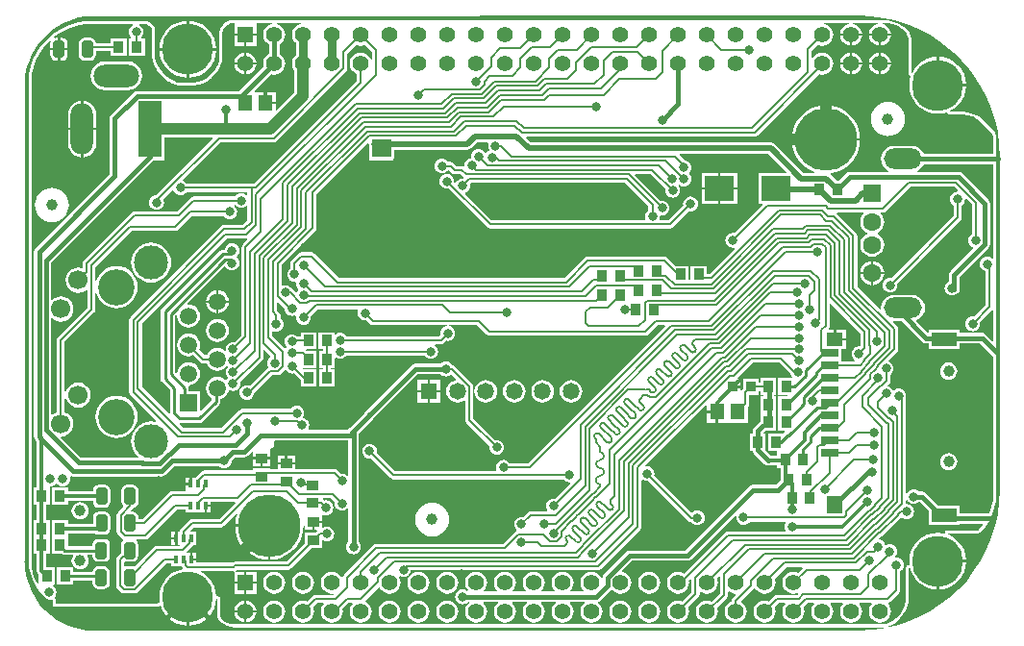
<source format=gbl>
G04 Layer_Physical_Order=2*
G04 Layer_Color=16711680*
%FSLAX43Y43*%
%MOMM*%
G71*
G01*
G75*
%ADD10C,0.200*%
%ADD12C,0.254*%
%ADD14R,0.900X1.000*%
%ADD17C,1.000*%
%ADD18R,0.813X0.914*%
%ADD19R,1.000X0.900*%
%ADD21R,1.300X1.400*%
%ADD34C,0.300*%
%ADD35C,0.350*%
%ADD36C,0.508*%
%ADD37C,0.400*%
%ADD39C,0.305*%
%ADD40C,0.800*%
%ADD41C,1.000*%
%ADD43C,1.000*%
%ADD44C,4.500*%
%ADD45C,1.600*%
%ADD46R,1.600X1.600*%
%ADD47O,3.340X1.800*%
%ADD48C,5.500*%
%ADD49C,1.480*%
%ADD50R,1.480X1.480*%
%ADD51C,1.700*%
%ADD52C,3.200*%
%ADD53C,3.000*%
%ADD54R,1.500X1.500*%
%ADD55C,1.500*%
%ADD56O,4.000X2.000*%
%ADD57R,2.000X5.000*%
%ADD58O,2.000X4.500*%
%ADD59C,1.420*%
%ADD60R,1.420X1.420*%
%ADD61C,0.800*%
%ADD62C,0.400*%
%ADD63R,2.600X2.200*%
%ADD64R,0.400X0.650*%
%ADD65R,2.200X1.200*%
%ADD66R,1.400X1.600*%
%ADD67R,1.400X1.200*%
%ADD68R,1.600X0.700*%
G04:AMPARAMS|DCode=69|XSize=1mm|YSize=1.5mm|CornerRadius=0.25mm|HoleSize=0mm|Usage=FLASHONLY|Rotation=0.000|XOffset=0mm|YOffset=0mm|HoleType=Round|Shape=RoundedRectangle|*
%AMROUNDEDRECTD69*
21,1,1.000,1.000,0,0,0.0*
21,1,0.500,1.500,0,0,0.0*
1,1,0.500,0.250,-0.500*
1,1,0.500,-0.250,-0.500*
1,1,0.500,-0.250,0.500*
1,1,0.500,0.250,0.500*
%
%ADD69ROUNDEDRECTD69*%
%ADD70R,1.700X1.600*%
G36*
X103707Y98258D02*
X103678Y98188D01*
X103655Y98018D01*
X103678Y97848D01*
X103733Y97715D01*
X103712Y97598D01*
X103683Y97586D01*
X103547Y97482D01*
X103499Y97418D01*
X103384Y97433D01*
X103379Y97446D01*
X103275Y97582D01*
X103139Y97686D01*
X102981Y97751D01*
X102811Y97774D01*
X102641Y97751D01*
X102483Y97686D01*
X102347Y97582D01*
X102243Y97446D01*
X102178Y97288D01*
X102155Y97118D01*
X102175Y96969D01*
X102041Y96951D01*
X101883Y96886D01*
X101747Y96782D01*
X101643Y96646D01*
X101578Y96488D01*
X101555Y96318D01*
X101559Y96294D01*
X101465Y96236D01*
X101448Y96248D01*
X101311Y96275D01*
X100859D01*
X100615Y96518D01*
X100500Y96596D01*
X100363Y96623D01*
X100139D01*
X100057Y96730D01*
X99921Y96834D01*
X99763Y96899D01*
X99593Y96922D01*
X99424Y96899D01*
X99266Y96834D01*
X99130Y96730D01*
X99026Y96594D01*
X98960Y96436D01*
X98938Y96266D01*
X98960Y96096D01*
X99026Y95938D01*
X99130Y95802D01*
X99266Y95698D01*
X99424Y95633D01*
X99593Y95610D01*
X99763Y95633D01*
X99921Y95698D01*
X100057Y95802D01*
X100123Y95889D01*
X100230Y95894D01*
X100459Y95666D01*
X100574Y95588D01*
X100711Y95561D01*
X101163D01*
X101456Y95269D01*
X101455Y95258D01*
X101418Y95173D01*
X101411Y95174D01*
X101241Y95151D01*
X101083Y95086D01*
X100947Y94982D01*
X100843Y94846D01*
X100833Y94820D01*
X100720Y94797D01*
X100671Y94844D01*
X100681Y94920D01*
X100658Y95089D01*
X100593Y95248D01*
X100489Y95383D01*
X100353Y95488D01*
X100195Y95553D01*
X100025Y95575D01*
X99856Y95553D01*
X99697Y95488D01*
X99562Y95383D01*
X99457Y95248D01*
X99392Y95089D01*
X99370Y94920D01*
X99392Y94750D01*
X99457Y94592D01*
X99562Y94456D01*
X99697Y94352D01*
X99856Y94287D01*
X100025Y94264D01*
X100153Y94281D01*
X103566Y90869D01*
X103681Y90791D01*
X103818Y90764D01*
X119696D01*
X119833Y90791D01*
X119948Y90869D01*
X121355Y92275D01*
X121488Y92258D01*
X121658Y92280D01*
X121816Y92345D01*
X121952Y92450D01*
X122056Y92585D01*
X122121Y92744D01*
X122144Y92913D01*
X122121Y93083D01*
X122056Y93241D01*
X121952Y93377D01*
X121816Y93481D01*
X121658Y93546D01*
X121488Y93569D01*
X121319Y93546D01*
X121160Y93481D01*
X121025Y93377D01*
X120920Y93241D01*
X120855Y93083D01*
X120833Y92913D01*
X120850Y92780D01*
X119548Y91478D01*
X118805D01*
X118738Y91578D01*
X118769Y91651D01*
X118791Y91821D01*
X118790Y91825D01*
X118880Y91914D01*
X118974Y91902D01*
X119143Y91924D01*
X119301Y91990D01*
X119437Y92094D01*
X119541Y92230D01*
X119607Y92388D01*
X119629Y92558D01*
X119607Y92727D01*
X119541Y92885D01*
X119437Y93021D01*
X119301Y93125D01*
X119143Y93191D01*
X118974Y93213D01*
X118840Y93196D01*
X116567Y95469D01*
X116605Y95561D01*
X117963D01*
X119273Y94251D01*
X119255Y94118D01*
X119278Y93948D01*
X119343Y93790D01*
X119447Y93654D01*
X119583Y93550D01*
X119741Y93485D01*
X119911Y93462D01*
X120081Y93485D01*
X120239Y93550D01*
X120375Y93654D01*
X120479Y93790D01*
X120544Y93948D01*
X120567Y94118D01*
X120544Y94288D01*
X120479Y94446D01*
X120445Y94490D01*
X120462Y94622D01*
X120476Y94632D01*
X120583Y94550D01*
X120741Y94485D01*
X120911Y94462D01*
X121081Y94485D01*
X121239Y94550D01*
X121375Y94654D01*
X121479Y94790D01*
X121544Y94948D01*
X121567Y95118D01*
X121544Y95288D01*
X121479Y95446D01*
X121400Y95548D01*
X121383Y95618D01*
X121400Y95688D01*
X121479Y95790D01*
X121544Y95948D01*
X121567Y96118D01*
X121544Y96288D01*
X121479Y96446D01*
X121375Y96582D01*
X121239Y96686D01*
X121081Y96751D01*
X120968Y96766D01*
X120522Y97212D01*
X120560Y97304D01*
X128359D01*
X129921Y95742D01*
X129883Y95650D01*
X127475D01*
Y92950D01*
X127808D01*
X127846Y92858D01*
X125344Y90356D01*
X125211Y90374D01*
X125041Y90351D01*
X124883Y90286D01*
X124747Y90182D01*
X124643Y90046D01*
X124578Y89888D01*
X124555Y89718D01*
X124578Y89548D01*
X124643Y89390D01*
X124747Y89254D01*
X124883Y89150D01*
X125041Y89085D01*
X125211Y89062D01*
X125324Y89077D01*
X125371Y88983D01*
X123163Y86775D01*
X122911D01*
Y87468D01*
X121511D01*
Y86208D01*
X121311D01*
Y87468D01*
X120166D01*
X119463Y88170D01*
X119348Y88248D01*
X119211Y88275D01*
X112411D01*
X112274Y88248D01*
X112159Y88170D01*
X110363Y86375D01*
X90559D01*
X88363Y88570D01*
X88248Y88648D01*
X88111Y88675D01*
X87211D01*
X87074Y88648D01*
X86959Y88570D01*
X86359Y87970D01*
X86281Y87855D01*
X86254Y87718D01*
Y87263D01*
X86147Y87182D01*
X86043Y87046D01*
X85978Y86888D01*
X85955Y86718D01*
X85978Y86548D01*
X86043Y86390D01*
X86147Y86254D01*
X86283Y86150D01*
X86441Y86085D01*
X86611Y86062D01*
X86696Y86074D01*
X86767Y86003D01*
X86755Y85918D01*
X86778Y85748D01*
X86843Y85590D01*
X86922Y85488D01*
X86939Y85418D01*
X86922Y85348D01*
X86843Y85246D01*
X86810Y85165D01*
X86692Y85142D01*
X86463Y85370D01*
X86390Y85420D01*
X86379Y85446D01*
X86275Y85582D01*
X86139Y85686D01*
X85981Y85751D01*
X85811Y85774D01*
X85641Y85751D01*
X85568Y85721D01*
X85468Y85788D01*
Y87542D01*
X88463Y90538D01*
X88541Y90653D01*
X88568Y90790D01*
Y93770D01*
X93064Y98266D01*
X93124Y98241D01*
X93156Y98216D01*
X93156Y98213D01*
Y97018D01*
X93176Y96920D01*
X93231Y96838D01*
X93313Y96783D01*
X93411Y96763D01*
X95111D01*
X95209Y96783D01*
X95291Y96838D01*
X95346Y96920D01*
X95366Y97018D01*
Y97704D01*
X101811D01*
X102008Y97743D01*
X102174Y97855D01*
X102678Y98358D01*
X103640D01*
X103707Y98258D01*
D02*
G37*
G36*
X91352Y69032D02*
X91252Y68999D01*
X91139Y69086D01*
X90981Y69151D01*
X90811Y69174D01*
X90678Y69156D01*
X90366Y69468D01*
X90250Y69545D01*
X90113Y69573D01*
X86631D01*
Y69966D01*
X85123D01*
Y69573D01*
X84475D01*
Y69625D01*
X82975D01*
Y69445D01*
X78659D01*
X78523Y69418D01*
X78407Y69340D01*
X77929Y68862D01*
X77913Y68839D01*
X77580D01*
Y68260D01*
X77480D01*
Y68160D01*
X77026D01*
Y67681D01*
X76953Y67616D01*
X75844D01*
X75708Y67589D01*
X75592Y67512D01*
X73233Y65152D01*
X72881D01*
Y65295D01*
X72842Y65490D01*
X72732Y65656D01*
X72566Y65766D01*
X72371Y65805D01*
X72239D01*
X72200Y65898D01*
X72374Y66071D01*
X72451Y66187D01*
X72452Y66189D01*
X72566Y66212D01*
X72732Y66323D01*
X72842Y66488D01*
X72881Y66683D01*
Y67683D01*
X72842Y67878D01*
X72732Y68043D01*
X72566Y68154D01*
X72371Y68193D01*
X71871D01*
X71676Y68154D01*
X71511Y68043D01*
X71400Y67878D01*
X71362Y67683D01*
Y66683D01*
X71400Y66488D01*
X71511Y66323D01*
X71520Y66227D01*
X71069Y65776D01*
X70992Y65660D01*
X70965Y65523D01*
Y64068D01*
X70992Y63931D01*
X71069Y63815D01*
X71391Y63493D01*
X71507Y63416D01*
X71522Y63413D01*
X71543Y63307D01*
X71486Y63268D01*
X71375Y63103D01*
X71336Y62908D01*
Y62153D01*
X71018Y61835D01*
X70941Y61719D01*
X70914Y61582D01*
Y59292D01*
X70941Y59156D01*
X71018Y59040D01*
X71340Y58718D01*
X71456Y58641D01*
X71593Y58613D01*
X72548D01*
X72685Y58641D01*
X72801Y58718D01*
X75311Y61228D01*
X75760D01*
Y61010D01*
X76679D01*
X76681Y60999D01*
X76758Y60883D01*
X76788Y60854D01*
X76754Y60760D01*
X76726Y60757D01*
X76255Y60614D01*
X75820Y60382D01*
X75440Y60069D01*
X75127Y59689D01*
X74895Y59254D01*
X74752Y58783D01*
X74704Y58293D01*
X74748Y57847D01*
X74674Y57836D01*
X74644Y57826D01*
X74613Y57820D01*
X74598Y57809D01*
X74580Y57803D01*
X74557Y57782D01*
X74531Y57764D01*
X74520Y57749D01*
X74506Y57736D01*
X74495Y57713D01*
X65590D01*
Y58009D01*
X65584Y58042D01*
X65581Y58075D01*
X65574Y58090D01*
X65571Y58107D01*
X65552Y58134D01*
X65537Y58164D01*
X65525Y58175D01*
X65516Y58189D01*
X65507Y58195D01*
X65494Y58222D01*
X65480Y58286D01*
X65492Y58326D01*
X65566Y58422D01*
X65632Y58581D01*
X65654Y58750D01*
X65632Y58920D01*
X65566Y59078D01*
X65462Y59214D01*
X65353Y59297D01*
X65387Y59397D01*
X65508D01*
Y60897D01*
X64784D01*
Y62090D01*
X65051D01*
Y63563D01*
Y65063D01*
X64784D01*
Y66458D01*
X65051D01*
Y67954D01*
X65065Y68053D01*
X65075Y68051D01*
X65244Y68074D01*
X65403Y68139D01*
X65538Y68243D01*
X65583Y68302D01*
X65709D01*
X65754Y68243D01*
X65890Y68139D01*
X66048Y68074D01*
X66165Y68058D01*
X66158Y67958D01*
X65251D01*
Y66458D01*
X66651D01*
Y66775D01*
X68862D01*
Y66683D01*
X68900Y66488D01*
X69011Y66323D01*
X69176Y66212D01*
X69371Y66173D01*
X69871D01*
X70066Y66212D01*
X70232Y66323D01*
X70342Y66488D01*
X70381Y66683D01*
Y67683D01*
X70342Y67878D01*
X70232Y68043D01*
X70066Y68154D01*
X69871Y68193D01*
X69371D01*
X69176Y68154D01*
X69011Y68043D01*
X68900Y67878D01*
X68862Y67683D01*
Y67642D01*
X66651D01*
Y67958D01*
X66278D01*
X66271Y68058D01*
X66387Y68074D01*
X66546Y68139D01*
X66681Y68243D01*
X66786Y68379D01*
X66851Y68537D01*
X66873Y68707D01*
X66851Y68877D01*
X66829Y68930D01*
X66910Y68997D01*
X66979Y68950D01*
X67155Y68915D01*
X74893D01*
X75068Y68950D01*
X75217Y69050D01*
X76027Y69859D01*
X79944D01*
X79947Y69854D01*
X80083Y69750D01*
X80241Y69685D01*
X80411Y69662D01*
X80581Y69685D01*
X80739Y69750D01*
X80875Y69854D01*
X80979Y69990D01*
X81044Y70148D01*
X81067Y70318D01*
X81066Y70324D01*
X81351Y70609D01*
X82161D01*
X82337Y70644D01*
X82485Y70744D01*
X82871Y71129D01*
X82971Y71088D01*
Y70625D01*
X84479D01*
Y71220D01*
X84479Y71229D01*
X84481Y71328D01*
X84656Y71444D01*
X84780Y71631D01*
X84824Y71850D01*
X84792Y72009D01*
X84865Y72109D01*
X91352D01*
Y69032D01*
D02*
G37*
G36*
X130272Y77991D02*
X130278Y77948D01*
X130343Y77790D01*
X130437Y77668D01*
X130412Y77568D01*
X129211D01*
Y76068D01*
X129981D01*
X130028Y75980D01*
X130020Y75968D01*
X129211D01*
Y74468D01*
X129211Y74468D01*
X129211Y74368D01*
Y72968D01*
X129807D01*
X129867Y72868D01*
X129856Y72848D01*
X129838Y72845D01*
X129713Y72761D01*
X129713Y72761D01*
X129620Y72668D01*
X128311D01*
Y71168D01*
X129011D01*
X129111Y71168D01*
Y70762D01*
X128550D01*
X128111Y71200D01*
Y72668D01*
X127951D01*
X127910Y72768D01*
X128110Y72968D01*
X129011D01*
Y74468D01*
X129011D01*
Y74468D01*
X129011Y74468D01*
Y75968D01*
X128839D01*
Y76068D01*
X129011D01*
Y77568D01*
X127611D01*
Y77175D01*
X127455D01*
Y77525D01*
X126142D01*
Y76666D01*
X126059Y76583D01*
X125984Y76471D01*
X125977Y76470D01*
X125884Y76496D01*
Y76718D01*
X125224D01*
Y76918D01*
X125884D01*
Y77529D01*
X125668D01*
X125627Y77629D01*
X126959Y78961D01*
X129302D01*
X130272Y77991D01*
D02*
G37*
G36*
X81415Y66587D02*
X79982Y65154D01*
X77573D01*
X77437Y65127D01*
X77321Y65050D01*
X76608Y64337D01*
X76531Y64221D01*
X76504Y64084D01*
Y64064D01*
X76310D01*
Y63485D01*
Y62906D01*
X76481D01*
X76535Y62806D01*
X76524Y62790D01*
X74484D01*
X74347Y62763D01*
X74231Y62686D01*
X72528Y60983D01*
X72516Y60991D01*
X72321Y61030D01*
X71821D01*
X71705Y61007D01*
X71627Y61070D01*
Y61341D01*
X71727Y61422D01*
X71846Y61398D01*
X72346D01*
X72541Y61437D01*
X72706Y61547D01*
X72817Y61713D01*
X72856Y61908D01*
Y62908D01*
X72817Y63103D01*
X72706Y63268D01*
X72676Y63289D01*
X72706Y63389D01*
X73398D01*
X73482Y63372D01*
X73619Y63399D01*
X73735Y63476D01*
X76261Y66003D01*
X77030D01*
Y65785D01*
X78326D01*
Y65781D01*
X78680D01*
Y66360D01*
X78780D01*
Y66460D01*
X79234D01*
Y66679D01*
X81376D01*
X81415Y66587D01*
D02*
G37*
G36*
X87169Y108764D02*
X87125Y108758D01*
X86892Y108662D01*
X86691Y108508D01*
X86537Y108307D01*
X86441Y108074D01*
X86408Y107823D01*
X86441Y107572D01*
X86537Y107339D01*
X86691Y107138D01*
X86720Y107116D01*
Y105990D01*
X86691Y105968D01*
X86537Y105767D01*
X86441Y105534D01*
X86408Y105283D01*
X86441Y105032D01*
X86537Y104799D01*
X86620Y104692D01*
Y102752D01*
X85031Y101163D01*
X84938Y101201D01*
Y101729D01*
X84034D01*
Y101829D01*
X83934D01*
Y102783D01*
X83130D01*
X83077Y102861D01*
X83073Y102871D01*
X84560Y104358D01*
X84585Y104348D01*
X84836Y104315D01*
X85087Y104348D01*
X85320Y104444D01*
X85521Y104598D01*
X85675Y104799D01*
X85771Y105032D01*
X85804Y105283D01*
X85771Y105534D01*
X85675Y105767D01*
X85521Y105968D01*
X85320Y106122D01*
X85295Y106132D01*
Y106974D01*
X85320Y106984D01*
X85521Y107138D01*
X85675Y107339D01*
X85771Y107572D01*
X85804Y107823D01*
X85771Y108074D01*
X85675Y108307D01*
X85521Y108508D01*
X85320Y108662D01*
X85087Y108758D01*
X85045Y108764D01*
X85052Y108864D01*
X87163Y108864D01*
X87169Y108764D01*
D02*
G37*
G36*
X81279Y108865D02*
X81303Y108829D01*
X81332Y108763D01*
Y107923D01*
X83260D01*
Y108763D01*
X83260Y108787D01*
X83317Y108863D01*
X84620Y108864D01*
X84626Y108764D01*
X84585Y108758D01*
X84352Y108662D01*
X84151Y108508D01*
X83997Y108307D01*
X83901Y108074D01*
X83868Y107823D01*
X83901Y107572D01*
X83997Y107339D01*
X84151Y107138D01*
X84352Y106984D01*
X84377Y106974D01*
Y106132D01*
X84352Y106122D01*
X84151Y105968D01*
X83997Y105767D01*
X83901Y105534D01*
X83868Y105283D01*
X83901Y105032D01*
X83911Y105007D01*
X81780Y102876D01*
X72748D01*
X72573Y102841D01*
X72424Y102742D01*
X70465Y100783D01*
X70366Y100634D01*
X70331Y100459D01*
Y95567D01*
X63787Y89023D01*
X63687Y88874D01*
X63652Y88698D01*
Y72418D01*
X63687Y72242D01*
X63787Y72094D01*
X63866Y72014D01*
Y67958D01*
X63651D01*
Y66458D01*
X63918D01*
Y65063D01*
X63651D01*
Y63563D01*
Y62090D01*
X63918D01*
Y60604D01*
X63951Y60439D01*
X64045Y60298D01*
X64108Y60234D01*
Y59496D01*
X64008Y59465D01*
X64006Y59468D01*
X63769Y59949D01*
X63597Y60457D01*
X63492Y60983D01*
X63459Y61492D01*
X63466Y61527D01*
X63466Y61527D01*
X63466Y61527D01*
X63455Y103688D01*
X63497Y104333D01*
X63622Y104959D01*
X63827Y105563D01*
X64109Y106135D01*
X64463Y106666D01*
X64891Y107154D01*
X65076Y107315D01*
X65152Y107250D01*
X65113Y107053D01*
Y106653D01*
X65777D01*
Y107567D01*
X65627D01*
X65481Y107538D01*
X65430Y107626D01*
X66035Y108030D01*
X66687Y108352D01*
X67376Y108586D01*
X68089Y108727D01*
X68780Y108773D01*
X68828Y108763D01*
X68828Y108763D01*
X68828Y108763D01*
X72389Y108773D01*
X72409Y108673D01*
X72342Y108645D01*
X72206Y108541D01*
X72102Y108405D01*
X72036Y108247D01*
X72014Y108077D01*
X72036Y107907D01*
X72102Y107749D01*
X72206Y107613D01*
X72215Y107606D01*
X72181Y107506D01*
X72033D01*
Y106006D01*
X73433D01*
Y107506D01*
X73158D01*
X73124Y107606D01*
X73133Y107613D01*
X73237Y107749D01*
X73303Y107907D01*
X73325Y108077D01*
X73303Y108247D01*
X73237Y108405D01*
X73133Y108541D01*
X72997Y108645D01*
X72927Y108674D01*
X72946Y108774D01*
X73229Y108775D01*
X73535Y108735D01*
X73805Y108623D01*
X74018Y108459D01*
X74051Y108410D01*
X74057Y108381D01*
X74056Y108378D01*
X74044Y106219D01*
X74047Y106206D01*
X74046Y106193D01*
X74092Y105720D01*
X74100Y105696D01*
X74102Y105671D01*
X74240Y105216D01*
X74252Y105194D01*
X74259Y105170D01*
X74483Y104750D01*
X74499Y104731D01*
X74511Y104709D01*
X74805Y104350D01*
X74810Y104346D01*
X74814Y104341D01*
X74849Y104315D01*
X74873Y104295D01*
X75222Y103935D01*
X75234Y103926D01*
X75243Y103915D01*
X75503Y103702D01*
X75526Y103690D01*
X75545Y103674D01*
X75841Y103516D01*
X75866Y103508D01*
X75888Y103496D01*
X76209Y103399D01*
X76234Y103396D01*
X76258Y103389D01*
X76585Y103357D01*
X76591Y103357D01*
X76597Y103356D01*
X76640Y103362D01*
X76646Y103363D01*
X77709Y103354D01*
X77722Y103356D01*
X77736Y103355D01*
X78115Y103392D01*
X78139Y103400D01*
X78164Y103402D01*
X78528Y103512D01*
X78550Y103524D01*
X78574Y103532D01*
X78909Y103711D01*
X78929Y103727D01*
X78951Y103739D01*
X79238Y103974D01*
X79242Y103979D01*
X79247Y103982D01*
X79273Y104017D01*
X79280Y104025D01*
X79594Y104327D01*
X79603Y104340D01*
X79615Y104349D01*
X79871Y104661D01*
X79883Y104683D01*
X79899Y104703D01*
X80089Y105059D01*
X80096Y105083D01*
X80108Y105105D01*
X80225Y105491D01*
X80228Y105516D01*
X80235Y105540D01*
X80274Y105932D01*
X80273Y105938D01*
X80275Y105944D01*
X80268Y105987D01*
X80266Y106012D01*
X80257Y107978D01*
X80286Y108195D01*
X80363Y108382D01*
X80493Y108551D01*
X80716Y108723D01*
X80987Y108835D01*
X81255Y108870D01*
X81279Y108865D01*
D02*
G37*
G36*
X139430Y82593D02*
X140087D01*
X141905Y80776D01*
X142053Y80676D01*
X142229Y80641D01*
X142461D01*
Y80168D01*
X145161D01*
Y80641D01*
X146985D01*
X148090Y79536D01*
X148162Y79488D01*
X148166Y67406D01*
X148127Y66806D01*
X148011Y66224D01*
X147831Y65694D01*
X145232Y65682D01*
X145161Y65753D01*
Y66368D01*
X143310D01*
X142221Y67457D01*
X142072Y67556D01*
X141897Y67591D01*
X141615D01*
X141611Y67596D01*
X141476Y67700D01*
X141317Y67765D01*
X141148Y67788D01*
X140978Y67765D01*
X140820Y67700D01*
X140684Y67596D01*
X140580Y67460D01*
X140568Y67431D01*
X140468Y67451D01*
Y75718D01*
X140443Y75845D01*
X140444Y75848D01*
X140466Y76018D01*
X140444Y76188D01*
X140379Y76346D01*
X140274Y76482D01*
X140139Y76586D01*
X139981Y76651D01*
X139811Y76674D01*
X139641Y76651D01*
X139483Y76586D01*
X139398Y76520D01*
X139279Y76546D01*
X139277Y76548D01*
X139174Y76682D01*
X139039Y76786D01*
X138881Y76851D01*
X138867Y76853D01*
X138835Y76948D01*
X138963Y77076D01*
X139041Y77191D01*
X139068Y77328D01*
Y77872D01*
X139174Y77954D01*
X139279Y78090D01*
X139344Y78248D01*
X139366Y78418D01*
X139344Y78588D01*
X139279Y78746D01*
X139174Y78882D01*
X139039Y78986D01*
X138965Y79016D01*
X138942Y79134D01*
X139663Y79856D01*
X139741Y79971D01*
X139768Y80108D01*
Y81918D01*
X139741Y82055D01*
X139663Y82170D01*
X139322Y82512D01*
X139366Y82601D01*
X139430Y82593D01*
D02*
G37*
G36*
X82478Y89782D02*
X82059Y89363D01*
X81981Y89247D01*
X81954Y89110D01*
Y81366D01*
X81344Y80756D01*
X81211Y80774D01*
X81041Y80751D01*
X80883Y80686D01*
X80747Y80582D01*
X80643Y80446D01*
X80578Y80288D01*
X80555Y80118D01*
X80562Y80064D01*
X80469Y80010D01*
X80330Y80116D01*
X80087Y80217D01*
X79826Y80252D01*
X79565Y80217D01*
X79322Y80116D01*
X79113Y79956D01*
X78952Y79747D01*
X78891Y79600D01*
X78704D01*
X78199Y80104D01*
X78260Y80252D01*
X78295Y80513D01*
X78260Y80774D01*
X78160Y81017D01*
X77999Y81226D01*
X77790Y81386D01*
X77547Y81487D01*
X77286Y81522D01*
X77025Y81487D01*
X76782Y81386D01*
X76573Y81226D01*
X76412Y81017D01*
X76312Y80774D01*
X76277Y80513D01*
X76312Y80252D01*
X76412Y80009D01*
X76573Y79800D01*
X76782Y79640D01*
X77025Y79539D01*
X77286Y79504D01*
X77547Y79539D01*
X77695Y79600D01*
X78304Y78991D01*
X78419Y78913D01*
X78556Y78886D01*
X78891D01*
X78952Y78739D01*
X79113Y78530D01*
X79322Y78369D01*
X79565Y78269D01*
X79826Y78234D01*
X80087Y78269D01*
X80330Y78369D01*
X80539Y78530D01*
X80616Y78630D01*
X80704Y78619D01*
X80728Y78556D01*
X80643Y78446D01*
X80578Y78288D01*
X80555Y78118D01*
X80578Y77948D01*
X80643Y77790D01*
X80747Y77654D01*
Y77582D01*
X80643Y77446D01*
X80637Y77431D01*
X80527Y77426D01*
X80330Y77576D01*
X80087Y77677D01*
X79826Y77712D01*
X79565Y77677D01*
X79322Y77576D01*
X79113Y77416D01*
X78952Y77207D01*
X78852Y76964D01*
X78817Y76703D01*
X78852Y76442D01*
X78952Y76199D01*
X79113Y75990D01*
X79322Y75829D01*
X79327Y75827D01*
Y75677D01*
X78378Y74729D01*
X78286Y74767D01*
Y76433D01*
X77295D01*
Y76718D01*
X77266Y76865D01*
X77259Y76876D01*
X77317Y76968D01*
X77547Y76999D01*
X77790Y77100D01*
X77999Y77260D01*
X78160Y77469D01*
X78260Y77712D01*
X78295Y77973D01*
X78260Y78234D01*
X78160Y78477D01*
X77999Y78686D01*
X77790Y78846D01*
X77547Y78947D01*
X77286Y78982D01*
X77025Y78947D01*
X76782Y78846D01*
X76573Y78686D01*
X76412Y78477D01*
X76312Y78234D01*
X76285Y78029D01*
X76179Y77993D01*
X76095Y78077D01*
Y83059D01*
X76196Y83159D01*
X76286Y83115D01*
X76277Y83053D01*
X76312Y82792D01*
X76412Y82549D01*
X76573Y82340D01*
X76782Y82179D01*
X77025Y82079D01*
X77286Y82044D01*
X77547Y82079D01*
X77790Y82179D01*
X77999Y82340D01*
X78160Y82549D01*
X78260Y82792D01*
X78295Y83053D01*
X78260Y83314D01*
X78160Y83557D01*
X77999Y83766D01*
X77790Y83926D01*
X77547Y84027D01*
X77286Y84062D01*
X77224Y84053D01*
X77180Y84143D01*
X80446Y87410D01*
X80478Y87403D01*
X80554Y87376D01*
X80647Y87254D01*
X80783Y87150D01*
X80941Y87085D01*
X81111Y87062D01*
X81281Y87085D01*
X81439Y87150D01*
X81575Y87254D01*
X81679Y87390D01*
X81744Y87548D01*
X81767Y87718D01*
X81744Y87888D01*
X81679Y88046D01*
X81575Y88182D01*
X81527Y88218D01*
Y88318D01*
X81575Y88354D01*
X81679Y88490D01*
X81744Y88648D01*
X81767Y88818D01*
X81744Y88988D01*
X81679Y89146D01*
X81575Y89282D01*
X81439Y89386D01*
X81281Y89451D01*
X81111Y89474D01*
X80941Y89451D01*
X80783Y89386D01*
X80647Y89282D01*
X80543Y89146D01*
X80478Y88988D01*
X80468Y88910D01*
X80301D01*
X80301Y88910D01*
X80153Y88881D01*
X80029Y88798D01*
X74931Y83700D01*
X74848Y83576D01*
X74819Y83428D01*
X74819Y83428D01*
Y77526D01*
X74819Y77526D01*
X74848Y77379D01*
X74931Y77254D01*
X75627Y76559D01*
Y74548D01*
X75548Y74507D01*
X75530Y74504D01*
X73168Y76866D01*
Y82370D01*
X80665Y89867D01*
X82391D01*
X82429Y89874D01*
X82478Y89782D01*
D02*
G37*
G36*
X136454Y81536D02*
Y80456D01*
X136354Y80368D01*
X136311Y80374D01*
X136141Y80351D01*
X135983Y80286D01*
X135847Y80182D01*
X135743Y80046D01*
X135678Y79888D01*
X135655Y79718D01*
X135678Y79548D01*
X135743Y79390D01*
X135847Y79254D01*
X135951Y79175D01*
X135917Y79075D01*
X134761D01*
Y80164D01*
X135165D01*
Y80918D01*
X134211D01*
Y81018D01*
X134111D01*
Y81872D01*
X133700D01*
X133677Y81928D01*
X133668Y81972D01*
X133741Y82081D01*
X133768Y82218D01*
Y84091D01*
X133860Y84130D01*
X136454Y81536D01*
D02*
G37*
G36*
X85761Y83673D02*
X85778Y83548D01*
X85843Y83390D01*
X85947Y83254D01*
X86083Y83150D01*
X86241Y83085D01*
X86411Y83062D01*
X86581Y83085D01*
X86686Y83129D01*
X86714Y83116D01*
X86774Y83056D01*
X86755Y82918D01*
X86778Y82748D01*
X86843Y82590D01*
X86947Y82454D01*
X87083Y82350D01*
X87241Y82285D01*
X87411Y82262D01*
X87581Y82285D01*
X87739Y82350D01*
X87875Y82454D01*
X87979Y82590D01*
X88044Y82748D01*
X88067Y82918D01*
X88049Y83051D01*
X88659Y83661D01*
X92141D01*
X92208Y83561D01*
X92178Y83488D01*
X92155Y83318D01*
X92178Y83148D01*
X92243Y82990D01*
X92347Y82854D01*
X92483Y82750D01*
X92641Y82685D01*
X92811Y82662D01*
X92944Y82680D01*
X93259Y82366D01*
X93374Y82288D01*
X93511Y82261D01*
X100010D01*
X100016Y82161D01*
X99941Y82151D01*
X99783Y82086D01*
X99647Y81982D01*
X99543Y81846D01*
X99478Y81688D01*
X99455Y81518D01*
X99473Y81385D01*
X99363Y81275D01*
X91156D01*
X91075Y81382D01*
X90939Y81486D01*
X90781Y81551D01*
X90611Y81574D01*
X90441Y81551D01*
X90283Y81486D01*
X90246Y81457D01*
X90146Y81507D01*
Y81624D01*
X88746D01*
Y80124D01*
X89115D01*
Y79973D01*
X88771D01*
Y78473D01*
X89115D01*
Y78347D01*
X88771D01*
Y76847D01*
X90171D01*
Y78347D01*
X89828D01*
Y78473D01*
X90171D01*
Y79323D01*
X90261Y79367D01*
X90283Y79350D01*
X90441Y79285D01*
X90611Y79262D01*
X90781Y79285D01*
X90939Y79350D01*
X91075Y79454D01*
X91156Y79561D01*
X98065D01*
X98147Y79454D01*
X98283Y79350D01*
X98441Y79285D01*
X98611Y79262D01*
X98781Y79285D01*
X98939Y79350D01*
X99075Y79454D01*
X99179Y79590D01*
X99244Y79748D01*
X99267Y79918D01*
X99244Y80088D01*
X99179Y80246D01*
X99075Y80382D01*
X98971Y80461D01*
X99005Y80561D01*
X99511D01*
X99648Y80588D01*
X99763Y80666D01*
X99978Y80880D01*
X100111Y80862D01*
X100281Y80885D01*
X100439Y80950D01*
X100575Y81054D01*
X100679Y81190D01*
X100744Y81348D01*
X100767Y81518D01*
X100744Y81688D01*
X100679Y81846D01*
X100575Y81982D01*
X100439Y82086D01*
X100281Y82151D01*
X100206Y82161D01*
X100212Y82261D01*
X102705D01*
X103532Y81434D01*
X103648Y81357D01*
X103784Y81330D01*
X117526D01*
X117662Y81357D01*
X117778Y81434D01*
X118605Y82261D01*
X119218D01*
X119256Y82169D01*
X107162Y70075D01*
X105556D01*
X105475Y70182D01*
X105339Y70286D01*
X105181Y70351D01*
X105011Y70374D01*
X104841Y70351D01*
X104683Y70286D01*
X104547Y70182D01*
X104443Y70046D01*
X104378Y69888D01*
X104355Y69718D01*
X104378Y69548D01*
X104408Y69475D01*
X104341Y69375D01*
X95493D01*
X93856Y71012D01*
X93874Y71145D01*
X93851Y71315D01*
X93786Y71473D01*
X93682Y71609D01*
X93546Y71713D01*
X93388Y71779D01*
X93218Y71801D01*
X93048Y71779D01*
X92890Y71713D01*
X92754Y71609D01*
X92650Y71473D01*
X92585Y71315D01*
X92562Y71145D01*
X92585Y70976D01*
X92650Y70818D01*
X92754Y70682D01*
X92890Y70578D01*
X93048Y70512D01*
X93218Y70490D01*
X93351Y70507D01*
X95093Y68766D01*
X95209Y68688D01*
X95345Y68661D01*
X110309D01*
X110357Y68599D01*
X110492Y68495D01*
X110651Y68429D01*
X110820Y68407D01*
X110859Y68412D01*
X110906Y68317D01*
X109544Y66956D01*
X109411Y66974D01*
X109241Y66951D01*
X109083Y66886D01*
X108947Y66782D01*
X108843Y66646D01*
X108778Y66488D01*
X108755Y66318D01*
X108778Y66148D01*
X108843Y65990D01*
X108863Y65965D01*
X108819Y65875D01*
X107411D01*
X107274Y65848D01*
X107159Y65770D01*
X106744Y65356D01*
X106611Y65374D01*
X106441Y65351D01*
X106283Y65286D01*
X106147Y65182D01*
X106043Y65046D01*
X105978Y64888D01*
X105955Y64718D01*
X105978Y64548D01*
X106043Y64390D01*
X106147Y64254D01*
X106166Y64240D01*
X106147Y64129D01*
X106059Y64070D01*
X104963Y62975D01*
X93811D01*
X93674Y62948D01*
X93559Y62870D01*
X90959Y60270D01*
X90881Y60155D01*
X90861Y60052D01*
X90757Y60042D01*
X90755Y60047D01*
X90601Y60248D01*
X90400Y60402D01*
X90167Y60498D01*
X89916Y60531D01*
X89665Y60498D01*
X89432Y60402D01*
X89231Y60248D01*
X89077Y60047D01*
X88981Y59814D01*
X88948Y59563D01*
X88981Y59312D01*
X89077Y59079D01*
X89231Y58878D01*
X89432Y58724D01*
X89665Y58628D01*
X89916Y58595D01*
X89988Y58604D01*
X90044Y58511D01*
X90018Y58475D01*
X88471D01*
X88334Y58448D01*
X88219Y58370D01*
X87754Y57906D01*
X87627Y57958D01*
X87376Y57991D01*
X87125Y57958D01*
X86892Y57862D01*
X86691Y57708D01*
X86537Y57507D01*
X86441Y57274D01*
X86408Y57023D01*
X86441Y56772D01*
X86537Y56539D01*
X86691Y56338D01*
X86892Y56184D01*
X87125Y56088D01*
X87376Y56055D01*
X87627Y56088D01*
X87860Y56184D01*
X88061Y56338D01*
X88215Y56539D01*
X88311Y56772D01*
X88344Y57023D01*
X88311Y57274D01*
X88259Y57401D01*
X88619Y57761D01*
X89146D01*
X89196Y57661D01*
X89077Y57507D01*
X88981Y57274D01*
X88948Y57023D01*
X88981Y56772D01*
X89077Y56539D01*
X89231Y56338D01*
X89432Y56184D01*
X89665Y56088D01*
X89916Y56055D01*
X90167Y56088D01*
X90400Y56184D01*
X90601Y56338D01*
X90755Y56539D01*
X90851Y56772D01*
X90884Y57023D01*
X90854Y57256D01*
X91359Y57761D01*
X91686D01*
X91736Y57661D01*
X91617Y57507D01*
X91521Y57274D01*
X91488Y57023D01*
X91521Y56772D01*
X91617Y56539D01*
X91771Y56338D01*
X91972Y56184D01*
X92205Y56088D01*
X92456Y56055D01*
X92707Y56088D01*
X92940Y56184D01*
X93141Y56338D01*
X93295Y56539D01*
X93391Y56772D01*
X93424Y57023D01*
X93391Y57274D01*
X93295Y57507D01*
X93141Y57708D01*
X92940Y57862D01*
X92845Y57901D01*
X92825Y57999D01*
X94020Y59194D01*
X94118Y59174D01*
X94157Y59079D01*
X94311Y58878D01*
X94512Y58724D01*
X94745Y58628D01*
X94996Y58595D01*
X95247Y58628D01*
X95480Y58724D01*
X95681Y58878D01*
X95835Y59079D01*
X95931Y59312D01*
X95964Y59563D01*
X95931Y59814D01*
X95835Y60047D01*
X95808Y60082D01*
X95879Y60153D01*
X95883Y60150D01*
X96041Y60085D01*
X96211Y60062D01*
X96381Y60085D01*
X96539Y60150D01*
X96675Y60254D01*
X96779Y60390D01*
X96844Y60548D01*
X96859Y60661D01*
X113311D01*
X113448Y60688D01*
X113563Y60766D01*
X117063Y64266D01*
X117141Y64381D01*
X117168Y64518D01*
Y68591D01*
X117268Y68640D01*
X117325Y68596D01*
X117483Y68531D01*
X117653Y68509D01*
X117786Y68526D01*
X121287Y65026D01*
X121402Y64948D01*
X121525Y64924D01*
X121609Y64814D01*
X121745Y64710D01*
X121903Y64645D01*
X122072Y64622D01*
X122242Y64645D01*
X122400Y64710D01*
X122536Y64814D01*
X122640Y64950D01*
X122706Y65108D01*
X122728Y65278D01*
X122706Y65448D01*
X122640Y65606D01*
X122536Y65742D01*
X122400Y65846D01*
X122242Y65911D01*
X122072Y65934D01*
X121903Y65911D01*
X121745Y65846D01*
X121609Y65742D01*
X121582Y65740D01*
X118291Y69031D01*
X118308Y69164D01*
X118286Y69334D01*
X118221Y69492D01*
X118116Y69628D01*
X117981Y69732D01*
X117822Y69797D01*
X117653Y69820D01*
X117552Y69807D01*
X117506Y69901D01*
X122815Y75210D01*
X122907Y75172D01*
Y74718D01*
X123811D01*
Y74618D01*
X123911D01*
Y73664D01*
X124715D01*
Y73668D01*
X126511D01*
Y75013D01*
X126563Y75066D01*
X126641Y75181D01*
X126668Y75318D01*
Y76111D01*
X127455D01*
Y76461D01*
X127611D01*
Y76068D01*
X127921D01*
Y75968D01*
X127611D01*
Y74468D01*
X127611D01*
Y74468D01*
X127611Y74468D01*
Y73767D01*
X127087Y73242D01*
X126987Y73094D01*
X126952Y72918D01*
Y72668D01*
X126711D01*
Y71168D01*
X126969D01*
X126987Y71076D01*
X127087Y70927D01*
X127987Y70027D01*
X128135Y69927D01*
X128311Y69893D01*
X128487Y69927D01*
X128507Y69941D01*
X129111D01*
Y69668D01*
X129401D01*
Y68918D01*
X129411Y68866D01*
Y68567D01*
X129021Y68177D01*
X127002D01*
X126826Y68142D01*
X126677Y68042D01*
X121040Y62405D01*
X116130D01*
X115954Y62370D01*
X115805Y62271D01*
X113882Y60347D01*
X113782Y60198D01*
X113747Y60023D01*
Y59988D01*
X113647Y59968D01*
X113615Y60047D01*
X113461Y60248D01*
X113260Y60402D01*
X113027Y60498D01*
X112776Y60531D01*
X112525Y60498D01*
X112292Y60402D01*
X112091Y60248D01*
X111937Y60047D01*
X111841Y59814D01*
X111808Y59563D01*
X111841Y59312D01*
X111937Y59079D01*
X112091Y58878D01*
X112100Y58872D01*
X112068Y58777D01*
X110944D01*
X110912Y58872D01*
X110921Y58878D01*
X111075Y59079D01*
X111171Y59312D01*
X111204Y59563D01*
X111171Y59814D01*
X111075Y60047D01*
X110921Y60248D01*
X110720Y60402D01*
X110487Y60498D01*
X110236Y60531D01*
X109985Y60498D01*
X109752Y60402D01*
X109551Y60248D01*
X109397Y60047D01*
X109301Y59814D01*
X109268Y59563D01*
X109301Y59312D01*
X109397Y59079D01*
X109551Y58878D01*
X109560Y58872D01*
X109528Y58777D01*
X108404D01*
X108372Y58872D01*
X108381Y58878D01*
X108535Y59079D01*
X108631Y59312D01*
X108664Y59563D01*
X108631Y59814D01*
X108535Y60047D01*
X108381Y60248D01*
X108180Y60402D01*
X107947Y60498D01*
X107696Y60531D01*
X107445Y60498D01*
X107212Y60402D01*
X107011Y60248D01*
X106857Y60047D01*
X106761Y59814D01*
X106728Y59563D01*
X106761Y59312D01*
X106857Y59079D01*
X107011Y58878D01*
X107020Y58872D01*
X106988Y58777D01*
X105864D01*
X105832Y58872D01*
X105841Y58878D01*
X105995Y59079D01*
X106091Y59312D01*
X106124Y59563D01*
X106091Y59814D01*
X105995Y60047D01*
X105841Y60248D01*
X105640Y60402D01*
X105407Y60498D01*
X105156Y60531D01*
X104905Y60498D01*
X104672Y60402D01*
X104471Y60248D01*
X104317Y60047D01*
X104221Y59814D01*
X104188Y59563D01*
X104221Y59312D01*
X104317Y59079D01*
X104471Y58878D01*
X104480Y58872D01*
X104448Y58777D01*
X103324D01*
X103292Y58872D01*
X103301Y58878D01*
X103455Y59079D01*
X103551Y59312D01*
X103584Y59563D01*
X103551Y59814D01*
X103455Y60047D01*
X103301Y60248D01*
X103100Y60402D01*
X102867Y60498D01*
X102616Y60531D01*
X102365Y60498D01*
X102132Y60402D01*
X101931Y60248D01*
X101777Y60047D01*
X101681Y59814D01*
X101648Y59563D01*
X101681Y59312D01*
X101777Y59079D01*
X101879Y58947D01*
X101841Y58831D01*
X101819Y58825D01*
X101739Y58886D01*
X101581Y58951D01*
X101411Y58974D01*
X101241Y58951D01*
X101083Y58886D01*
X100947Y58782D01*
X100843Y58646D01*
X100778Y58488D01*
X100755Y58318D01*
X100778Y58148D01*
X100843Y57990D01*
X100947Y57854D01*
X101083Y57750D01*
X101241Y57685D01*
X101411Y57662D01*
X101581Y57685D01*
X101739Y57750D01*
X101875Y57854D01*
X101878Y57859D01*
X101973D01*
X102005Y57764D01*
X101931Y57708D01*
X101777Y57507D01*
X101681Y57274D01*
X101648Y57023D01*
X101681Y56772D01*
X101777Y56539D01*
X101931Y56338D01*
X102132Y56184D01*
X102365Y56088D01*
X102616Y56055D01*
X102867Y56088D01*
X103100Y56184D01*
X103301Y56338D01*
X103455Y56539D01*
X103551Y56772D01*
X103584Y57023D01*
X103551Y57274D01*
X103455Y57507D01*
X103301Y57708D01*
X103227Y57764D01*
X103259Y57859D01*
X104513D01*
X104545Y57764D01*
X104471Y57708D01*
X104317Y57507D01*
X104221Y57274D01*
X104188Y57023D01*
X104221Y56772D01*
X104317Y56539D01*
X104471Y56338D01*
X104672Y56184D01*
X104905Y56088D01*
X105156Y56055D01*
X105407Y56088D01*
X105640Y56184D01*
X105841Y56338D01*
X105995Y56539D01*
X106091Y56772D01*
X106124Y57023D01*
X106091Y57274D01*
X105995Y57507D01*
X105841Y57708D01*
X105767Y57764D01*
X105799Y57859D01*
X107053D01*
X107085Y57764D01*
X107011Y57708D01*
X106857Y57507D01*
X106761Y57274D01*
X106728Y57023D01*
X106761Y56772D01*
X106857Y56539D01*
X107011Y56338D01*
X107212Y56184D01*
X107445Y56088D01*
X107696Y56055D01*
X107947Y56088D01*
X108180Y56184D01*
X108381Y56338D01*
X108535Y56539D01*
X108631Y56772D01*
X108664Y57023D01*
X108631Y57274D01*
X108535Y57507D01*
X108381Y57708D01*
X108307Y57764D01*
X108339Y57859D01*
X109593D01*
X109625Y57764D01*
X109551Y57708D01*
X109397Y57507D01*
X109301Y57274D01*
X109268Y57023D01*
X109301Y56772D01*
X109397Y56539D01*
X109551Y56338D01*
X109752Y56184D01*
X109985Y56088D01*
X110236Y56055D01*
X110487Y56088D01*
X110720Y56184D01*
X110921Y56338D01*
X111075Y56539D01*
X111171Y56772D01*
X111204Y57023D01*
X111171Y57274D01*
X111075Y57507D01*
X110921Y57708D01*
X110847Y57764D01*
X110879Y57859D01*
X112133D01*
X112165Y57764D01*
X112091Y57708D01*
X111937Y57507D01*
X111841Y57274D01*
X111808Y57023D01*
X111841Y56772D01*
X111937Y56539D01*
X112091Y56338D01*
X112292Y56184D01*
X112525Y56088D01*
X112776Y56055D01*
X113027Y56088D01*
X113260Y56184D01*
X113461Y56338D01*
X113615Y56539D01*
X113711Y56772D01*
X113744Y57023D01*
X113711Y57274D01*
X113615Y57507D01*
X113461Y57708D01*
X113358Y57786D01*
X113383Y57893D01*
X113387Y57894D01*
X113535Y57994D01*
X114468Y58926D01*
X114601Y58918D01*
X114631Y58878D01*
X114832Y58724D01*
X115065Y58628D01*
X115316Y58595D01*
X115567Y58628D01*
X115800Y58724D01*
X116001Y58878D01*
X116155Y59079D01*
X116251Y59312D01*
X116284Y59563D01*
X116251Y59814D01*
X116155Y60047D01*
X116001Y60248D01*
X115800Y60402D01*
X115567Y60498D01*
X115470Y60511D01*
X115438Y60606D01*
X116320Y61488D01*
X121230D01*
X121406Y61523D01*
X121555Y61622D01*
X125436Y65504D01*
X125471Y65492D01*
X125526Y65452D01*
X125506Y65303D01*
X125529Y65134D01*
X125594Y64976D01*
X125698Y64840D01*
X125834Y64736D01*
X125992Y64670D01*
X126162Y64648D01*
X126331Y64670D01*
X126490Y64736D01*
X126625Y64840D01*
X126707Y64947D01*
X129821D01*
X129865Y64857D01*
X129836Y64818D01*
X129770Y64660D01*
X129748Y64491D01*
X129770Y64321D01*
X129831Y64175D01*
X129795Y64080D01*
X129792Y64075D01*
X124811D01*
X124674Y64048D01*
X124559Y63970D01*
X120942Y60354D01*
X120880Y60402D01*
X120647Y60498D01*
X120396Y60531D01*
X120145Y60498D01*
X119912Y60402D01*
X119711Y60248D01*
X119557Y60047D01*
X119461Y59814D01*
X119428Y59563D01*
X119461Y59312D01*
X119557Y59079D01*
X119711Y58878D01*
X119912Y58724D01*
X120145Y58628D01*
X120396Y58595D01*
X120647Y58628D01*
X120880Y58724D01*
X121081Y58878D01*
X121235Y59079D01*
X121331Y59312D01*
X121364Y59563D01*
X121341Y59743D01*
X121477Y59879D01*
X121569Y59841D01*
Y58701D01*
X120774Y57906D01*
X120647Y57958D01*
X120396Y57991D01*
X120145Y57958D01*
X119912Y57862D01*
X119711Y57708D01*
X119557Y57507D01*
X119461Y57274D01*
X119428Y57023D01*
X119461Y56772D01*
X119557Y56539D01*
X119711Y56338D01*
X119912Y56184D01*
X120145Y56088D01*
X120396Y56055D01*
X120647Y56088D01*
X120880Y56184D01*
X121081Y56338D01*
X121235Y56539D01*
X121331Y56772D01*
X121364Y57023D01*
X121331Y57274D01*
X121279Y57401D01*
X122178Y58301D01*
X122256Y58416D01*
X122283Y58553D01*
Y58741D01*
X122373Y58785D01*
X122452Y58724D01*
X122685Y58628D01*
X122936Y58595D01*
X123187Y58628D01*
X123420Y58724D01*
X123621Y58878D01*
X123775Y59079D01*
X123871Y59312D01*
X123904Y59563D01*
X123871Y59814D01*
X123819Y59941D01*
X123962Y60084D01*
X124054Y60046D01*
Y58646D01*
X123314Y57906D01*
X123187Y57958D01*
X122936Y57991D01*
X122685Y57958D01*
X122452Y57862D01*
X122251Y57708D01*
X122097Y57507D01*
X122001Y57274D01*
X121968Y57023D01*
X122001Y56772D01*
X122097Y56539D01*
X122251Y56338D01*
X122452Y56184D01*
X122685Y56088D01*
X122936Y56055D01*
X123187Y56088D01*
X123420Y56184D01*
X123621Y56338D01*
X123775Y56539D01*
X123871Y56772D01*
X123904Y57023D01*
X123871Y57274D01*
X123819Y57401D01*
X124663Y58246D01*
X124741Y58361D01*
X124768Y58498D01*
Y58770D01*
X124868Y58820D01*
X124992Y58724D01*
X125225Y58628D01*
X125446Y58599D01*
X125492Y58503D01*
X125224Y58235D01*
X125146Y58120D01*
X125119Y57983D01*
Y57914D01*
X124992Y57862D01*
X124791Y57708D01*
X124637Y57507D01*
X124541Y57274D01*
X124508Y57023D01*
X124541Y56772D01*
X124637Y56539D01*
X124791Y56338D01*
X124992Y56184D01*
X125225Y56088D01*
X125476Y56055D01*
X125727Y56088D01*
X125960Y56184D01*
X126161Y56338D01*
X126315Y56539D01*
X126411Y56772D01*
X126444Y57023D01*
X126411Y57274D01*
X126315Y57507D01*
X126161Y57708D01*
X125983Y57844D01*
X125956Y57958D01*
X127063Y59066D01*
X127079Y59089D01*
X127085Y59088D01*
X127185Y59068D01*
X127331Y58878D01*
X127532Y58724D01*
X127765Y58628D01*
X128016Y58595D01*
X128267Y58628D01*
X128500Y58724D01*
X128701Y58878D01*
X128855Y59079D01*
X128951Y59312D01*
X128984Y59563D01*
X128951Y59814D01*
X128899Y59941D01*
X129919Y60961D01*
X131319D01*
X131357Y60869D01*
X130934Y60446D01*
X130807Y60498D01*
X130556Y60531D01*
X130305Y60498D01*
X130072Y60402D01*
X129871Y60248D01*
X129717Y60047D01*
X129621Y59814D01*
X129588Y59563D01*
X129621Y59312D01*
X129717Y59079D01*
X129871Y58878D01*
X130072Y58724D01*
X130305Y58628D01*
X130556Y58595D01*
X130807Y58628D01*
X130923Y58676D01*
X130979Y58591D01*
X130863Y58475D01*
X129111D01*
X128974Y58448D01*
X128859Y58370D01*
X128394Y57906D01*
X128267Y57958D01*
X128016Y57991D01*
X127765Y57958D01*
X127532Y57862D01*
X127331Y57708D01*
X127177Y57507D01*
X127081Y57274D01*
X127048Y57023D01*
X127081Y56772D01*
X127177Y56539D01*
X127331Y56338D01*
X127532Y56184D01*
X127765Y56088D01*
X128016Y56055D01*
X128267Y56088D01*
X128500Y56184D01*
X128701Y56338D01*
X128855Y56539D01*
X128951Y56772D01*
X128984Y57023D01*
X128951Y57274D01*
X128899Y57401D01*
X129259Y57761D01*
X129786D01*
X129836Y57661D01*
X129717Y57507D01*
X129621Y57274D01*
X129588Y57023D01*
X129621Y56772D01*
X129717Y56539D01*
X129871Y56338D01*
X130072Y56184D01*
X130305Y56088D01*
X130556Y56055D01*
X130807Y56088D01*
X131040Y56184D01*
X131241Y56338D01*
X131395Y56539D01*
X131491Y56772D01*
X131524Y57023D01*
X131491Y57274D01*
X131439Y57401D01*
X131799Y57761D01*
X132326D01*
X132376Y57661D01*
X132257Y57507D01*
X132161Y57274D01*
X132128Y57023D01*
X132161Y56772D01*
X132257Y56539D01*
X132411Y56338D01*
X132612Y56184D01*
X132845Y56088D01*
X133096Y56055D01*
X133347Y56088D01*
X133580Y56184D01*
X133781Y56338D01*
X133935Y56539D01*
X134031Y56772D01*
X134064Y57023D01*
X134031Y57274D01*
X133935Y57507D01*
X133816Y57661D01*
X133866Y57761D01*
X134866D01*
X134916Y57661D01*
X134797Y57507D01*
X134701Y57274D01*
X134668Y57023D01*
X134701Y56772D01*
X134797Y56539D01*
X134951Y56338D01*
X135152Y56184D01*
X135385Y56088D01*
X135636Y56055D01*
X135887Y56088D01*
X136120Y56184D01*
X136321Y56338D01*
X136475Y56539D01*
X136571Y56772D01*
X136604Y57023D01*
X136571Y57274D01*
X136475Y57507D01*
X136356Y57661D01*
X136406Y57761D01*
X137406D01*
X137456Y57661D01*
X137337Y57507D01*
X137241Y57274D01*
X137208Y57023D01*
X137241Y56772D01*
X137337Y56539D01*
X137491Y56338D01*
X137692Y56184D01*
X137925Y56088D01*
X138176Y56055D01*
X138427Y56088D01*
X138660Y56184D01*
X138861Y56338D01*
X139015Y56539D01*
X139111Y56772D01*
X139144Y57023D01*
X139111Y57274D01*
X139015Y57507D01*
X138886Y57674D01*
X138914Y57771D01*
X138924Y57784D01*
X138948Y57788D01*
X139063Y57866D01*
X139863Y58666D01*
X139941Y58781D01*
X139968Y58918D01*
Y60573D01*
X140075Y60654D01*
X140179Y60790D01*
X140244Y60948D01*
X140267Y61118D01*
X140244Y61288D01*
X140179Y61446D01*
X140075Y61582D01*
X139939Y61686D01*
X139781Y61751D01*
X139611Y61774D01*
X139518Y61761D01*
X139478Y61847D01*
X139476Y61857D01*
X139579Y61990D01*
X139644Y62148D01*
X139667Y62318D01*
X139644Y62488D01*
X139579Y62646D01*
X139475Y62782D01*
X139339Y62886D01*
X139181Y62951D01*
X139011Y62974D01*
X138841Y62951D01*
X138739Y62909D01*
X138675Y62895D01*
X138615Y62959D01*
X138579Y63046D01*
X138475Y63182D01*
X138339Y63286D01*
X138181Y63351D01*
X138127Y63358D01*
X138095Y63453D01*
X138255Y63613D01*
X138288Y63620D01*
X138404Y63697D01*
X139985Y65279D01*
X139993Y65290D01*
X140128Y65313D01*
X140185Y65269D01*
X140343Y65204D01*
X140513Y65181D01*
X140682Y65204D01*
X140841Y65269D01*
X140976Y65373D01*
X141081Y65509D01*
X141146Y65667D01*
X141168Y65837D01*
X141146Y66006D01*
X141081Y66165D01*
X140976Y66300D01*
X140841Y66405D01*
X140682Y66470D01*
X140559Y66486D01*
X140499Y66521D01*
X140468Y66587D01*
Y66814D01*
X140568Y66834D01*
X140580Y66804D01*
X140684Y66669D01*
X140820Y66564D01*
X140978Y66499D01*
X141148Y66477D01*
X141317Y66499D01*
X141476Y66564D01*
X141611Y66669D01*
X141710Y66670D01*
X142461Y65919D01*
Y64668D01*
X145161D01*
Y64764D01*
X147214Y64774D01*
X147261Y64686D01*
X147229Y64637D01*
X146858Y64214D01*
X146803Y64178D01*
X146774Y64172D01*
X146770Y64173D01*
X144126Y64179D01*
X144095Y64173D01*
X144063Y64172D01*
X144046Y64164D01*
X144028Y64160D01*
X144002Y64143D01*
X143973Y64129D01*
X143961Y64116D01*
X143945Y64105D01*
X143928Y64079D01*
X143906Y64056D01*
X143900Y64038D01*
X143890Y64023D01*
X143884Y63994D01*
X143883Y63989D01*
X143873Y63962D01*
X143799Y63916D01*
X143746Y63932D01*
X143256Y63980D01*
X142766Y63932D01*
X142295Y63789D01*
X141860Y63557D01*
X141480Y63244D01*
X141167Y62864D01*
X140935Y62429D01*
X140792Y61958D01*
X140744Y61468D01*
X140775Y61149D01*
X140775Y61149D01*
X140676Y61134D01*
X140646Y61124D01*
X140616Y61117D01*
X140600Y61107D01*
X140582Y61101D01*
X140559Y61079D01*
X140533Y61062D01*
X140523Y61046D01*
X140509Y61034D01*
X140495Y61005D01*
X140478Y60979D01*
X140474Y60961D01*
X140466Y60944D01*
X140465Y60912D01*
X140459Y60882D01*
X140465Y58359D01*
X140433Y57961D01*
X140342Y57582D01*
X140193Y57222D01*
X139989Y56889D01*
X139748Y56607D01*
X139721Y56588D01*
X139719Y56585D01*
X139717Y56584D01*
X139579Y56432D01*
X139282Y56188D01*
X138949Y56010D01*
X138860Y55983D01*
X138820Y55962D01*
X138780Y55943D01*
X138776Y55939D01*
X138772Y55937D01*
X138757Y55918D01*
X80954D01*
X80760Y55977D01*
X80507Y56112D01*
X80288Y56292D01*
X80163Y56454D01*
X80086Y56641D01*
X80062Y56822D01*
X80066Y56841D01*
X80072Y58139D01*
X80064Y58182D01*
X80058Y58226D01*
X80055Y58231D01*
X80053Y58237D01*
X80029Y58274D01*
X80007Y58311D01*
X80002Y58315D01*
X79999Y58320D01*
X79962Y58344D01*
X79927Y58371D01*
X79921Y58372D01*
X79916Y58375D01*
X79873Y58384D01*
X79831Y58395D01*
X79731Y58400D01*
X79716Y58411D01*
X79680Y58783D01*
X79537Y59254D01*
X79305Y59689D01*
X78992Y60069D01*
X78612Y60382D01*
X78379Y60506D01*
X78404Y60603D01*
X81197D01*
X81289Y60593D01*
X81332Y60514D01*
X81332Y60454D01*
Y59663D01*
X82196D01*
Y60527D01*
X81427D01*
X81424Y60527D01*
X81424Y60527D01*
X81396Y60527D01*
X81387Y60623D01*
D01*
Y60623D01*
X81402Y60630D01*
X81514Y60705D01*
X86042D01*
X86179Y60732D01*
X86295Y60809D01*
X88095Y62610D01*
X89015D01*
Y63264D01*
X89105Y63308D01*
X89131Y63288D01*
X89289Y63222D01*
X89459Y63200D01*
X89628Y63222D01*
X89787Y63288D01*
X89922Y63392D01*
X90027Y63528D01*
X90092Y63686D01*
X90114Y63856D01*
X90092Y64025D01*
X90027Y64183D01*
X89922Y64319D01*
X89787Y64423D01*
X89628Y64489D01*
X89459Y64511D01*
X89289Y64489D01*
X89131Y64423D01*
X89109Y64406D01*
X89019Y64450D01*
Y64810D01*
X88365D01*
Y64206D01*
X88550D01*
X88581Y64116D01*
X88582Y64106D01*
X88486Y64010D01*
X87515D01*
Y63039D01*
X85895Y61418D01*
X81367D01*
X81231Y61391D01*
X81119Y61317D01*
X77964D01*
Y61485D01*
X77510D01*
Y61585D01*
X77410D01*
Y62164D01*
X77135D01*
X77093Y62264D01*
X77613Y62783D01*
X77690Y62899D01*
X77692Y62910D01*
X77960D01*
Y64060D01*
X77471D01*
X77433Y64152D01*
X77721Y64440D01*
X80130D01*
X80267Y64468D01*
X80382Y64545D01*
X81470Y65633D01*
X81553Y65577D01*
X81534Y65531D01*
X81424Y65071D01*
X81395Y64700D01*
X84400D01*
Y64600D01*
X84500D01*
Y61595D01*
X84871Y61624D01*
X85331Y61734D01*
X85768Y61915D01*
X86171Y62162D01*
X86531Y62469D01*
X86838Y62829D01*
X87085Y63232D01*
X87266Y63669D01*
X87376Y64129D01*
X87411Y64571D01*
X87511Y64567D01*
Y64206D01*
X88165D01*
Y64910D01*
X88265D01*
Y65010D01*
X89019D01*
Y65506D01*
X89119Y65573D01*
X89213Y65534D01*
X89383Y65511D01*
X89552Y65534D01*
X89710Y65599D01*
X89846Y65703D01*
X89950Y65839D01*
X90016Y65997D01*
X90038Y66167D01*
X90016Y66337D01*
X89950Y66495D01*
X89846Y66631D01*
X89710Y66735D01*
X89552Y66800D01*
X89383Y66823D01*
X89249Y66805D01*
X89190Y66864D01*
X89129Y66905D01*
X89160Y67005D01*
X89818D01*
X90142Y66681D01*
X90124Y66548D01*
X90146Y66378D01*
X90212Y66220D01*
X90316Y66084D01*
X90452Y65980D01*
X90610Y65915D01*
X90780Y65892D01*
X90949Y65915D01*
X91107Y65980D01*
X91243Y66084D01*
X91252Y66096D01*
X91352Y66062D01*
Y63185D01*
X91347Y63182D01*
X91243Y63046D01*
X91178Y62888D01*
X91155Y62718D01*
X91178Y62548D01*
X91243Y62390D01*
X91347Y62254D01*
X91483Y62150D01*
X91641Y62085D01*
X91811Y62062D01*
X91981Y62085D01*
X92139Y62150D01*
X92275Y62254D01*
X92379Y62390D01*
X92444Y62548D01*
X92467Y62718D01*
X92444Y62888D01*
X92379Y63046D01*
X92275Y63182D01*
X92270Y63185D01*
Y72728D01*
X93512Y73971D01*
X97462Y77920D01*
X99483D01*
X99486Y77915D01*
X99622Y77811D01*
X99780Y77746D01*
X99950Y77723D01*
X100120Y77746D01*
X100278Y77811D01*
X100414Y77915D01*
X100429Y77916D01*
X100852Y77493D01*
X100820Y77398D01*
X100703Y77383D01*
X100462Y77283D01*
X100255Y77124D01*
X100096Y76917D01*
X99996Y76676D01*
X99962Y76418D01*
X99996Y76160D01*
X100096Y75919D01*
X100255Y75712D01*
X100462Y75553D01*
X100703Y75453D01*
X100961Y75419D01*
X101219Y75453D01*
X101460Y75553D01*
X101554Y75626D01*
X101644Y75581D01*
Y73894D01*
X101671Y73757D01*
X101749Y73642D01*
X103781Y71609D01*
X103764Y71476D01*
X103786Y71306D01*
X103852Y71148D01*
X103956Y71012D01*
X104092Y70908D01*
X104250Y70842D01*
X104419Y70820D01*
X104589Y70842D01*
X104747Y70908D01*
X104883Y71012D01*
X104987Y71148D01*
X105053Y71306D01*
X105075Y71476D01*
X105053Y71645D01*
X104987Y71803D01*
X104883Y71939D01*
X104747Y72043D01*
X104589Y72109D01*
X104419Y72131D01*
X104286Y72114D01*
X102358Y74042D01*
Y76849D01*
X102331Y76985D01*
X102253Y77101D01*
X100723Y78631D01*
X100607Y78709D01*
X100500Y78730D01*
X100414Y78843D01*
X100278Y78947D01*
X100120Y79012D01*
X99950Y79035D01*
X99780Y79012D01*
X99622Y78947D01*
X99486Y78843D01*
X99483Y78838D01*
X97272D01*
X97096Y78803D01*
X96948Y78703D01*
X93036Y74792D01*
X93012Y74787D01*
X92864Y74688D01*
X92764Y74539D01*
X92759Y74515D01*
X91487Y73242D01*
X91271Y73027D01*
X87870D01*
X87826Y73127D01*
X87882Y73262D01*
X87905Y73431D01*
X87882Y73601D01*
X87817Y73759D01*
X87713Y73895D01*
X87577Y73999D01*
X87419Y74065D01*
X87394Y74068D01*
X87356Y74160D01*
X87379Y74190D01*
X87444Y74348D01*
X87467Y74518D01*
X87444Y74688D01*
X87379Y74846D01*
X87275Y74982D01*
X87139Y75086D01*
X86981Y75151D01*
X86811Y75174D01*
X86641Y75151D01*
X86483Y75086D01*
X86347Y74982D01*
X86266Y74875D01*
X82011D01*
X81874Y74848D01*
X81759Y74770D01*
X80163Y73175D01*
X76859D01*
X76497Y73537D01*
X76500Y73555D01*
X76541Y73634D01*
X78211D01*
X78211Y73634D01*
X78358Y73663D01*
X78483Y73746D01*
X79983Y75246D01*
X79983Y75246D01*
X80066Y75371D01*
X80095Y75518D01*
Y75732D01*
X80330Y75829D01*
X80539Y75990D01*
X80700Y76199D01*
X80800Y76442D01*
X80807Y76495D01*
X80914Y76538D01*
X81041Y76485D01*
X81211Y76462D01*
X81381Y76485D01*
X81539Y76550D01*
X81675Y76654D01*
X81779Y76790D01*
X81844Y76948D01*
X81867Y77118D01*
X81849Y77251D01*
X83763Y79166D01*
X83841Y79281D01*
X83868Y79418D01*
Y80053D01*
X83960Y80091D01*
X84505Y79546D01*
X84499Y79434D01*
X84398Y79356D01*
X84294Y79220D01*
X84228Y79062D01*
X84206Y78892D01*
X84228Y78723D01*
X84294Y78565D01*
X84281Y78490D01*
X84213Y78445D01*
X82679Y76911D01*
X82581Y76951D01*
X82411Y76974D01*
X82241Y76951D01*
X82083Y76886D01*
X81947Y76782D01*
X81843Y76646D01*
X81778Y76488D01*
X81755Y76318D01*
X81778Y76148D01*
X81843Y75990D01*
X81947Y75854D01*
X82083Y75750D01*
X82241Y75685D01*
X82411Y75662D01*
X82581Y75685D01*
X82739Y75750D01*
X82875Y75854D01*
X82979Y75990D01*
X83044Y76148D01*
X83062Y76284D01*
X84613Y77836D01*
X85151D01*
X85288Y77863D01*
X85404Y77940D01*
X85768Y78304D01*
X85885Y78280D01*
X85966Y78175D01*
X86102Y78071D01*
X86260Y78005D01*
X86430Y77983D01*
X86563Y78000D01*
X87171Y77392D01*
Y76847D01*
X88571D01*
Y78347D01*
X87298D01*
X87281Y78373D01*
X87334Y78473D01*
X88571D01*
Y79973D01*
X87652D01*
X87604Y80026D01*
X87647Y80124D01*
X88546D01*
Y81624D01*
X87146D01*
Y81230D01*
X86872D01*
X86849Y81261D01*
X86713Y81365D01*
X86555Y81431D01*
X86385Y81453D01*
X86216Y81431D01*
X86058Y81365D01*
X85922Y81261D01*
X85818Y81125D01*
X85752Y80967D01*
X85730Y80797D01*
X85752Y80628D01*
X85818Y80470D01*
X85922Y80334D01*
Y80245D01*
X85904Y80222D01*
X85772Y80213D01*
X84668Y81317D01*
Y81648D01*
X84768Y81715D01*
X84841Y81685D01*
X85011Y81662D01*
X85181Y81685D01*
X85339Y81750D01*
X85475Y81854D01*
X85579Y81990D01*
X85644Y82148D01*
X85667Y82318D01*
X85644Y82488D01*
X85579Y82646D01*
X85475Y82782D01*
X85368Y82863D01*
Y83118D01*
X85341Y83255D01*
X85263Y83370D01*
X85068Y83566D01*
Y84236D01*
X85160Y84274D01*
X85761Y83673D01*
D02*
G37*
G36*
X117779Y92682D02*
Y92366D01*
X117672Y92285D01*
X117568Y92149D01*
X117502Y91991D01*
X117480Y91821D01*
X117502Y91651D01*
X117533Y91578D01*
X117466Y91478D01*
X103966D01*
X101642Y93802D01*
X101665Y93920D01*
X101739Y93950D01*
X101875Y94054D01*
X101979Y94190D01*
X102044Y94348D01*
X102067Y94518D01*
X102049Y94651D01*
X102159Y94761D01*
X115700D01*
X117779Y92682D01*
D02*
G37*
G36*
X148160Y88133D02*
X148094Y88111D01*
X148060Y88105D01*
X147929Y88206D01*
X147771Y88271D01*
X147601Y88294D01*
X147431Y88271D01*
X147273Y88206D01*
X147137Y88102D01*
X147033Y87966D01*
X146968Y87808D01*
X146945Y87638D01*
X146968Y87468D01*
X147033Y87310D01*
X147137Y87174D01*
X147273Y87070D01*
X147431Y87005D01*
X147444Y87003D01*
Y83986D01*
X146454Y82996D01*
X146321Y83014D01*
X146151Y82991D01*
X145993Y82926D01*
X145857Y82822D01*
X145753Y82686D01*
X145688Y82528D01*
X145665Y82358D01*
X145688Y82188D01*
X145753Y82030D01*
X145857Y81894D01*
X145993Y81790D01*
X146151Y81725D01*
X146321Y81702D01*
X146491Y81725D01*
X146649Y81790D01*
X146785Y81894D01*
X146889Y82030D01*
X146954Y82188D01*
X146977Y82358D01*
X146959Y82491D01*
X148053Y83586D01*
X148061Y83597D01*
X148161Y83567D01*
X148162Y80893D01*
X148070Y80854D01*
X147499Y81424D01*
X147351Y81524D01*
X147175Y81559D01*
X145161D01*
Y81868D01*
X142461D01*
Y81658D01*
X142361Y81617D01*
X141387Y82591D01*
X141406Y82689D01*
X141550Y82748D01*
X141790Y82933D01*
X141975Y83173D01*
X142090Y83453D01*
X142130Y83753D01*
X142090Y84053D01*
X141975Y84333D01*
X141790Y84573D01*
X141550Y84758D01*
X141270Y84873D01*
X140970Y84913D01*
X139430D01*
X139130Y84873D01*
X138850Y84758D01*
X138610Y84573D01*
X138425Y84333D01*
X138310Y84053D01*
X138270Y83753D01*
X138278Y83689D01*
X138189Y83645D01*
X136168Y85666D01*
Y90112D01*
X136141Y90249D01*
X136063Y90364D01*
X134367Y92061D01*
X134372Y92100D01*
X134402Y92161D01*
X136711D01*
X136711Y92160D01*
X136733Y92061D01*
X136573Y91853D01*
X136467Y91597D01*
X136431Y91323D01*
X136467Y91049D01*
X136573Y90793D01*
X136741Y90574D01*
X136960Y90406D01*
X137040Y90373D01*
Y90273D01*
X136960Y90240D01*
X136741Y90072D01*
X136573Y89853D01*
X136467Y89597D01*
X136431Y89323D01*
X136467Y89049D01*
X136573Y88793D01*
X136741Y88574D01*
X136960Y88406D01*
X137216Y88300D01*
X137490Y88264D01*
X137764Y88300D01*
X138020Y88406D01*
X138239Y88574D01*
X138407Y88793D01*
X138513Y89049D01*
X138549Y89323D01*
X138513Y89597D01*
X138407Y89853D01*
X138239Y90072D01*
X138020Y90240D01*
X137940Y90273D01*
Y90373D01*
X138020Y90406D01*
X138239Y90574D01*
X138407Y90793D01*
X138513Y91049D01*
X138549Y91323D01*
X138513Y91597D01*
X138407Y91853D01*
X138247Y92061D01*
X138269Y92160D01*
X138269Y92161D01*
X138411D01*
X138548Y92188D01*
X138663Y92266D01*
X140829Y94431D01*
X144713D01*
X145047Y94097D01*
X145001Y94002D01*
X144991Y94004D01*
X144821Y93981D01*
X144663Y93916D01*
X144527Y93812D01*
X144423Y93676D01*
X144358Y93518D01*
X144335Y93348D01*
X144358Y93178D01*
X144423Y93020D01*
X144527Y92884D01*
X144634Y92803D01*
Y91856D01*
X139184Y86406D01*
X139051Y86424D01*
X138881Y86401D01*
X138723Y86336D01*
X138587Y86232D01*
X138483Y86096D01*
X138418Y85938D01*
X138395Y85768D01*
X138418Y85598D01*
X138483Y85440D01*
X138587Y85304D01*
X138723Y85200D01*
X138881Y85135D01*
X139051Y85112D01*
X139221Y85135D01*
X139379Y85200D01*
X139515Y85304D01*
X139619Y85440D01*
X139684Y85598D01*
X139707Y85768D01*
X139689Y85901D01*
X145243Y91456D01*
X145321Y91571D01*
X145348Y91708D01*
Y92803D01*
X145455Y92884D01*
X145559Y93020D01*
X145624Y93178D01*
X145647Y93348D01*
X145645Y93358D01*
X145740Y93404D01*
X146254Y92890D01*
Y90263D01*
X146147Y90182D01*
X146043Y90046D01*
X145978Y89888D01*
X145955Y89718D01*
X145978Y89548D01*
X146043Y89390D01*
X146147Y89254D01*
X146283Y89150D01*
X146355Y89121D01*
X146378Y89003D01*
X144387Y87011D01*
X144287Y86862D01*
X144252Y86687D01*
Y86114D01*
X144183Y86086D01*
X144047Y85982D01*
X143943Y85846D01*
X143878Y85688D01*
X143855Y85518D01*
X143878Y85348D01*
X143943Y85190D01*
X144047Y85054D01*
X144183Y84950D01*
X144341Y84885D01*
X144511Y84862D01*
X144681Y84885D01*
X144839Y84950D01*
X144959Y85043D01*
X145035Y85094D01*
X145135Y85242D01*
X145170Y85418D01*
Y86497D01*
X147735Y89062D01*
X147835Y89211D01*
X147870Y89387D01*
Y92945D01*
X147835Y93121D01*
X147735Y93270D01*
X145393Y95612D01*
X145244Y95712D01*
X145068Y95747D01*
X141469D01*
X141449Y95847D01*
X141550Y95888D01*
X141790Y96073D01*
X141975Y96313D01*
X142025Y96434D01*
X148157D01*
X148160Y88133D01*
D02*
G37*
G36*
X79394Y98668D02*
X74413Y93688D01*
X74303Y93673D01*
X74145Y93608D01*
X74009Y93504D01*
X73905Y93368D01*
X73840Y93210D01*
X73817Y93040D01*
X73840Y92871D01*
X73905Y92712D01*
X74009Y92577D01*
X74145Y92472D01*
X74303Y92407D01*
X74473Y92385D01*
X74642Y92407D01*
X74801Y92472D01*
X74936Y92577D01*
X75041Y92712D01*
X75106Y92871D01*
X75128Y93040D01*
X75106Y93210D01*
X75059Y93324D01*
X75839Y94105D01*
X75957Y94081D01*
X75988Y94008D01*
X76092Y93872D01*
X76228Y93768D01*
X76386Y93702D01*
X76556Y93680D01*
X76725Y93702D01*
X76883Y93768D01*
X77019Y93872D01*
X77108Y93988D01*
X82481D01*
Y93708D01*
X82381Y93674D01*
X82375Y93682D01*
X82239Y93786D01*
X82081Y93851D01*
X81911Y93874D01*
X81741Y93851D01*
X81583Y93786D01*
X81447Y93682D01*
X81366Y93575D01*
X77711D01*
X77574Y93548D01*
X77459Y93470D01*
X76263Y92275D01*
X72545D01*
X72409Y92248D01*
X72293Y92170D01*
X68054Y87931D01*
X67976Y87815D01*
X67949Y87679D01*
Y87321D01*
X67866Y87265D01*
X67843Y87275D01*
X67556Y87312D01*
X67269Y87275D01*
X67001Y87164D01*
X66771Y86988D01*
X66595Y86758D01*
X66484Y86490D01*
X66447Y86203D01*
X66484Y85916D01*
X66595Y85648D01*
X66771Y85418D01*
X67001Y85242D01*
X67269Y85131D01*
X67556Y85094D01*
X67843Y85131D01*
X68111Y85242D01*
X68249Y85348D01*
X68349Y85299D01*
Y83761D01*
X65784Y81195D01*
X65706Y81080D01*
X65679Y80943D01*
Y74596D01*
X65481Y74514D01*
X65270Y74352D01*
X65170Y74381D01*
Y82835D01*
X65270Y82864D01*
X65481Y82702D01*
X65749Y82591D01*
X66036Y82554D01*
X66323Y82591D01*
X66591Y82702D01*
X66821Y82878D01*
X66997Y83108D01*
X67108Y83376D01*
X67145Y83663D01*
X67108Y83950D01*
X66997Y84218D01*
X66821Y84448D01*
X66591Y84624D01*
X66323Y84735D01*
X66036Y84772D01*
X65749Y84735D01*
X65481Y84624D01*
X65270Y84462D01*
X65170Y84491D01*
Y87737D01*
X74200Y96767D01*
X75164D01*
Y98761D01*
X79355D01*
X79394Y98668D01*
D02*
G37*
G36*
X81447Y92754D02*
X81583Y92650D01*
X81741Y92585D01*
X81911Y92562D01*
X82081Y92585D01*
X82239Y92650D01*
X82375Y92754D01*
X82381Y92762D01*
X82481Y92728D01*
Y91502D01*
X82053Y91075D01*
X80411D01*
X80274Y91048D01*
X80159Y90970D01*
X72159Y82970D01*
X72081Y82855D01*
X72054Y82718D01*
Y76318D01*
X72081Y76181D01*
X72159Y76066D01*
X74424Y73800D01*
X74373Y73714D01*
X74329Y73728D01*
X73986Y73761D01*
X73643Y73728D01*
X73313Y73628D01*
X73009Y73465D01*
X72743Y73246D01*
X72524Y72980D01*
X72361Y72676D01*
X72261Y72346D01*
X72228Y72003D01*
X72261Y71660D01*
X72361Y71330D01*
X72524Y71026D01*
X72743Y70760D01*
X72851Y70671D01*
X72817Y70577D01*
X67801D01*
X66028Y72350D01*
X66071Y72448D01*
X66323Y72481D01*
X66591Y72592D01*
X66821Y72768D01*
X66997Y72998D01*
X67108Y73266D01*
X67145Y73553D01*
X67108Y73840D01*
X66997Y74108D01*
X66821Y74338D01*
X66591Y74514D01*
X66393Y74596D01*
Y75765D01*
X66493Y75785D01*
X66595Y75538D01*
X66771Y75308D01*
X67001Y75132D01*
X67269Y75021D01*
X67556Y74984D01*
X67843Y75021D01*
X68111Y75132D01*
X68341Y75308D01*
X68517Y75538D01*
X68628Y75806D01*
X68665Y76093D01*
X68628Y76380D01*
X68517Y76648D01*
X68341Y76878D01*
X68111Y77054D01*
X67843Y77165D01*
X67556Y77202D01*
X67269Y77165D01*
X67001Y77054D01*
X66771Y76878D01*
X66595Y76648D01*
X66493Y76401D01*
X66393Y76421D01*
Y80795D01*
X68958Y83361D01*
X69036Y83476D01*
X69063Y83613D01*
Y85050D01*
X69163Y85065D01*
X69219Y84882D01*
X69390Y84560D01*
X69622Y84279D01*
X69903Y84047D01*
X70225Y83876D01*
X70573Y83770D01*
X70936Y83734D01*
X71299Y83770D01*
X71647Y83876D01*
X71969Y84047D01*
X72250Y84279D01*
X72482Y84560D01*
X72653Y84882D01*
X72759Y85230D01*
X72795Y85593D01*
X72759Y85956D01*
X72653Y86304D01*
X72482Y86626D01*
X72250Y86907D01*
X71969Y87139D01*
X71647Y87310D01*
X71299Y87416D01*
X70936Y87452D01*
X70573Y87416D01*
X70225Y87310D01*
X69903Y87139D01*
X69622Y86907D01*
X69390Y86626D01*
X69219Y86304D01*
X69163Y86121D01*
X69063Y86136D01*
Y87365D01*
X72259Y90561D01*
X76111D01*
X76248Y90588D01*
X76363Y90666D01*
X77559Y91861D01*
X80366D01*
X80447Y91754D01*
X80583Y91650D01*
X80741Y91585D01*
X80911Y91562D01*
X81081Y91585D01*
X81239Y91650D01*
X81375Y91754D01*
X81479Y91890D01*
X81544Y92048D01*
X81567Y92218D01*
X81544Y92388D01*
X81479Y92546D01*
X81375Y92682D01*
X81337Y92710D01*
X81364Y92816D01*
X81397Y92821D01*
X81447Y92754D01*
D02*
G37*
G36*
X138003Y108773D02*
X137924Y108762D01*
X137690Y108665D01*
X137488Y108511D01*
X137334Y108309D01*
X137237Y108075D01*
X137217Y107923D01*
X139135D01*
X139115Y108075D01*
X139018Y108309D01*
X138864Y108511D01*
X138662Y108665D01*
X138450Y108753D01*
X138434Y108821D01*
X138438Y108862D01*
X138453Y108871D01*
X138880Y108837D01*
X139312Y108733D01*
X139721Y108564D01*
X140100Y108332D01*
X140429Y108050D01*
X140559Y107882D01*
X140636Y107695D01*
X140660Y107514D01*
X140656Y107494D01*
X140649Y104497D01*
X140653Y104478D01*
X140652Y104459D01*
X140663Y104430D01*
X140669Y104399D01*
X140679Y104383D01*
X140686Y104365D01*
X140706Y104342D01*
X140724Y104316D01*
X140739Y104306D01*
X140752Y104291D01*
X140780Y104278D01*
X140806Y104261D01*
X140807Y104261D01*
X140866Y104207D01*
X140885Y104173D01*
X140792Y103868D01*
X140744Y103378D01*
X140792Y102888D01*
X140935Y102417D01*
X141167Y101982D01*
X141480Y101602D01*
X141860Y101289D01*
X142295Y101057D01*
X142766Y100914D01*
X143256Y100866D01*
X143746Y100914D01*
X144046Y101005D01*
X144091Y100979D01*
X144135Y100928D01*
X144135Y100925D01*
X144153Y100900D01*
X144166Y100872D01*
X144180Y100859D01*
X144191Y100843D01*
X144217Y100826D01*
X144240Y100805D01*
X144258Y100799D01*
X144274Y100788D01*
X144304Y100782D01*
X144333Y100772D01*
X144353Y100773D01*
X144372Y100769D01*
X145447Y100775D01*
X145907Y100730D01*
X146338Y100599D01*
X146735Y100387D01*
X147060Y100120D01*
X147084Y100085D01*
X147085Y100084D01*
X147085Y100084D01*
X147926Y99255D01*
X148059Y99082D01*
X148136Y98895D01*
X148161Y98708D01*
X148156Y98685D01*
X148156Y98685D01*
X148156Y98685D01*
X148157Y97423D01*
X148086Y97352D01*
X142025D01*
X141975Y97473D01*
X141790Y97713D01*
X141550Y97898D01*
X141270Y98013D01*
X140970Y98053D01*
X139430D01*
X139130Y98013D01*
X138850Y97898D01*
X138610Y97713D01*
X138425Y97473D01*
X138310Y97193D01*
X138270Y96893D01*
X138310Y96593D01*
X138425Y96313D01*
X138610Y96073D01*
X138850Y95888D01*
X138951Y95847D01*
X138931Y95747D01*
X135488D01*
X135312Y95712D01*
X135164Y95612D01*
X134501Y94950D01*
X134369D01*
X133801Y95517D01*
X133793Y95523D01*
X133818Y95620D01*
X133871Y95624D01*
X134331Y95734D01*
X134768Y95915D01*
X135171Y96162D01*
X135531Y96469D01*
X135838Y96829D01*
X136085Y97232D01*
X136266Y97669D01*
X136376Y98129D01*
X136405Y98500D01*
X130395D01*
X130424Y98129D01*
X130534Y97669D01*
X130715Y97232D01*
X130962Y96829D01*
X131269Y96469D01*
X131629Y96162D01*
X132032Y95915D01*
X132388Y95768D01*
X132368Y95668D01*
X131449D01*
X128936Y98181D01*
X128769Y98293D01*
X128572Y98332D01*
X107447D01*
X107011Y98769D01*
X107049Y98861D01*
X127111D01*
X127248Y98888D01*
X127363Y98966D01*
X132775Y104377D01*
X132845Y104348D01*
X133096Y104315D01*
X133347Y104348D01*
X133580Y104444D01*
X133781Y104598D01*
X133935Y104799D01*
X134031Y105032D01*
X134064Y105283D01*
X134031Y105534D01*
X133935Y105767D01*
X133781Y105968D01*
X133580Y106122D01*
X133347Y106218D01*
X133096Y106251D01*
X132845Y106218D01*
X132612Y106122D01*
X132411Y105968D01*
X132268Y105781D01*
X132168Y105790D01*
Y106390D01*
X132718Y106940D01*
X132845Y106888D01*
X133096Y106855D01*
X133347Y106888D01*
X133580Y106984D01*
X133781Y107138D01*
X133935Y107339D01*
X134031Y107572D01*
X134064Y107823D01*
X134031Y108074D01*
X133935Y108307D01*
X133781Y108508D01*
X133580Y108662D01*
X133347Y108758D01*
X133244Y108772D01*
X133251Y108872D01*
X135453Y108872D01*
X135460Y108772D01*
X135384Y108762D01*
X135150Y108665D01*
X134948Y108511D01*
X134794Y108309D01*
X134697Y108075D01*
X134677Y107923D01*
X136595D01*
X136575Y108075D01*
X136478Y108309D01*
X136324Y108511D01*
X136122Y108665D01*
X135888Y108762D01*
X135812Y108772D01*
X135818Y108872D01*
X137996Y108873D01*
X138003Y108773D01*
D02*
G37*
G36*
X93454Y106320D02*
Y105643D01*
X93354Y105623D01*
X93295Y105767D01*
X93141Y105968D01*
X92940Y106122D01*
X92707Y106218D01*
X92456Y106251D01*
X92205Y106218D01*
X91972Y106122D01*
X91771Y105968D01*
X91617Y105767D01*
X91521Y105534D01*
X91488Y105283D01*
X91521Y105032D01*
X91617Y104799D01*
X91771Y104598D01*
X91972Y104444D01*
X92099Y104392D01*
Y103780D01*
X83021Y94701D01*
X77094D01*
X77019Y94799D01*
X76883Y94903D01*
X76810Y94934D01*
X76786Y95052D01*
X80095Y98360D01*
X84786D01*
X84923Y98388D01*
X85039Y98465D01*
X91178Y104604D01*
X91256Y104720D01*
X91283Y104857D01*
Y106145D01*
X92078Y106940D01*
X92205Y106888D01*
X92456Y106855D01*
X92707Y106888D01*
X92834Y106940D01*
X93454Y106320D01*
D02*
G37*
G36*
X136389Y109496D02*
Y109496D01*
X136392Y109499D01*
X137391Y109455D01*
X138464Y109314D01*
X139521Y109080D01*
X140554Y108754D01*
X141554Y108340D01*
X142515Y107840D01*
X143428Y107258D01*
X144287Y106599D01*
X145085Y105867D01*
X145376Y105550D01*
X145374Y105537D01*
X145388D01*
X145669Y105230D01*
D01*
X145816Y105069D01*
X146476Y104210D01*
X147057Y103297D01*
X147557Y102337D01*
X147972Y101336D01*
X148297Y100304D01*
X148532Y99247D01*
X148673Y98173D01*
X148719Y97118D01*
X148714Y97092D01*
Y97010D01*
X148713Y97009D01*
X148714Y97008D01*
Y67605D01*
X148714Y67603D01*
X148674Y66682D01*
X148532Y65608D01*
X148298Y64550D01*
X147972Y63516D01*
X147557Y62515D01*
X147057Y61554D01*
X146475Y60640D01*
X145815Y59780D01*
X145083Y58981D01*
X144284Y58249D01*
X143424Y57589D01*
X142510Y57007D01*
X141549Y56506D01*
X140548Y56092D01*
X139514Y55766D01*
X138959Y55643D01*
X138934Y55739D01*
X139047Y55774D01*
X139424Y55975D01*
X139755Y56247D01*
X139905Y56412D01*
X139917Y56412D01*
X139917D01*
X140196Y56739D01*
X140421Y57106D01*
X140585Y57503D01*
X140686Y57921D01*
X140719Y58349D01*
X140714Y60882D01*
X140813Y60897D01*
X140931Y60505D01*
X141164Y60070D01*
X141477Y59689D01*
X141858Y59376D01*
X142293Y59143D01*
X142765Y59000D01*
X143129Y58964D01*
Y61468D01*
X143256D01*
Y61595D01*
X145760D01*
X145724Y61959D01*
X145581Y62431D01*
X145348Y62866D01*
X145035Y63247D01*
X144654Y63560D01*
X144219Y63793D01*
X144110Y63826D01*
X144125Y63924D01*
X146770Y63918D01*
Y63911D01*
X146903Y63938D01*
X147016Y64013D01*
X147018Y64011D01*
X147431Y64482D01*
X147779Y65003D01*
X148057Y65565D01*
X148258Y66158D01*
X148380Y66773D01*
X148421Y67398D01*
X148411Y98685D01*
X148420Y98694D01*
X148420D01*
X148385Y98961D01*
X148281Y99210D01*
X148117Y99424D01*
X147264Y100265D01*
X147264Y100283D01*
Y100283D01*
X146877Y100600D01*
X146436Y100836D01*
X145957Y100981D01*
X145459Y101030D01*
X144370Y101024D01*
X144346Y101121D01*
X144654Y101286D01*
X145035Y101599D01*
X145348Y101980D01*
X145581Y102415D01*
X145724Y102887D01*
X145760Y103251D01*
X143256D01*
Y103378D01*
X143129D01*
Y105882D01*
X142765Y105846D01*
X142293Y105703D01*
X141858Y105470D01*
X141477Y105157D01*
X141164Y104776D01*
X141001Y104472D01*
X140904Y104496D01*
X140911Y107494D01*
X140920D01*
X140885Y107761D01*
X140781Y108010D01*
X140617Y108224D01*
X140618Y108225D01*
X140250Y108539D01*
X139838Y108792D01*
X139391Y108977D01*
X138920Y109090D01*
X138438Y109128D01*
X81288Y109118D01*
X81277Y109130D01*
Y109130D01*
X80920Y109083D01*
X80588Y108945D01*
X80303Y108726D01*
X80305Y108724D01*
X80141Y108510D01*
X80037Y108261D01*
X80002Y107994D01*
X80011Y105967D01*
X80011Y105967D01*
X80011D01*
X80020Y105957D01*
X79981Y105565D01*
X79864Y105179D01*
X79674Y104823D01*
X79418Y104511D01*
X79077Y104184D01*
Y104184D01*
X79076Y104171D01*
X78789Y103936D01*
X78454Y103756D01*
X78090Y103646D01*
X77711Y103609D01*
X76618Y103618D01*
Y103618D01*
X76610Y103611D01*
X76283Y103643D01*
X75962Y103740D01*
X75665Y103899D01*
X75405Y104112D01*
X75018Y104511D01*
X75018D01*
X75002Y104512D01*
X74708Y104870D01*
X74484Y105290D01*
X74346Y105745D01*
X74299Y106218D01*
X74311Y108377D01*
X74318D01*
X74291Y108510D01*
X74216Y108623D01*
X74219Y108626D01*
X73934Y108845D01*
X73602Y108983D01*
X73245Y109030D01*
X68828Y109018D01*
X68815Y109030D01*
Y109030D01*
X68056Y108981D01*
X67310Y108832D01*
X66589Y108588D01*
X65907Y108251D01*
X65274Y107828D01*
X64702Y107327D01*
X64703Y107326D01*
X64261Y106821D01*
X63888Y106263D01*
X63591Y105661D01*
X63375Y105025D01*
X63244Y104367D01*
X63200Y103697D01*
X63211Y61527D01*
X63202Y61518D01*
X63202D01*
X63239Y60950D01*
X63350Y60391D01*
X63533Y59851D01*
X63785Y59341D01*
X64102Y58867D01*
X64477Y58439D01*
X64604Y58324D01*
X64605Y58312D01*
Y58312D01*
X64819Y58148D01*
X65068Y58044D01*
X65335Y58009D01*
Y57458D01*
X74711D01*
Y57584D01*
X74810Y57599D01*
X74891Y57330D01*
X75124Y56895D01*
X75437Y56514D01*
X75818Y56201D01*
X76253Y55968D01*
X76725Y55825D01*
X77089Y55789D01*
Y58293D01*
X77343D01*
Y55789D01*
X77707Y55825D01*
X78179Y55968D01*
X78614Y56201D01*
X78995Y56514D01*
X79308Y56895D01*
X79541Y57330D01*
X79684Y57802D01*
X79718Y58146D01*
X79817Y58140D01*
X79811Y56842D01*
X79802D01*
X79837Y56575D01*
X79941Y56326D01*
X80105Y56112D01*
X80105Y56112D01*
X80365Y55899D01*
X80662Y55740D01*
X80983Y55643D01*
X81318Y55610D01*
X138200Y55618D01*
X138211Y55607D01*
Y55607D01*
X138441Y55630D01*
X138446Y55602D01*
X138386Y55522D01*
X137382Y55390D01*
X136299Y55342D01*
X136144Y55349D01*
Y55349D01*
X136144Y55349D01*
X136139Y55350D01*
X136139Y55350D01*
X69154D01*
X69144Y55352D01*
X69139Y55351D01*
X69135Y55354D01*
Y55354D01*
X69066Y55350D01*
X68989D01*
X68972Y55347D01*
X68300Y55384D01*
X67620Y55500D01*
X66958Y55691D01*
X66320Y55955D01*
X65717Y56288D01*
X65154Y56687D01*
X64640Y57147D01*
X64180Y57661D01*
X63781Y58224D01*
X63448Y58827D01*
X63184Y59465D01*
X62993Y60127D01*
X62877Y60807D01*
X62847Y61350D01*
X62843Y61349D01*
X62828Y61423D01*
X62843Y61496D01*
Y103520D01*
X62845Y103522D01*
X62845D01*
X62845Y103522D01*
X62875Y104072D01*
X62990Y104745D01*
X63179Y105401D01*
X63440Y106031D01*
X63770Y106628D01*
X64165Y107185D01*
X64620Y107694D01*
X65129Y108149D01*
X65685Y108544D01*
X66282Y108874D01*
X66913Y109135D01*
X67569Y109324D01*
X68242Y109438D01*
X68923Y109476D01*
X69054Y109469D01*
Y109469D01*
X69058Y109472D01*
X69063Y109471D01*
X69063Y109471D01*
X69063Y109471D01*
X136304Y109496D01*
X136347Y109505D01*
X136389Y109496D01*
D02*
G37*
%LPC*%
G36*
X100076Y57991D02*
X99825Y57958D01*
X99592Y57862D01*
X99391Y57708D01*
X99237Y57507D01*
X99141Y57274D01*
X99108Y57023D01*
X99141Y56772D01*
X99237Y56539D01*
X99391Y56338D01*
X99592Y56184D01*
X99825Y56088D01*
X100076Y56055D01*
X100327Y56088D01*
X100560Y56184D01*
X100761Y56338D01*
X100915Y56539D01*
X101011Y56772D01*
X101044Y57023D01*
X101011Y57274D01*
X100915Y57507D01*
X100761Y57708D01*
X100560Y57862D01*
X100327Y57958D01*
X100076Y57991D01*
D02*
G37*
G36*
X70936Y76022D02*
X70573Y75986D01*
X70225Y75880D01*
X69903Y75709D01*
X69622Y75477D01*
X69390Y75196D01*
X69219Y74874D01*
X69113Y74526D01*
X69077Y74163D01*
X69113Y73800D01*
X69219Y73452D01*
X69390Y73130D01*
X69622Y72849D01*
X69903Y72617D01*
X70225Y72446D01*
X70573Y72340D01*
X70936Y72304D01*
X71299Y72340D01*
X71647Y72446D01*
X71969Y72617D01*
X72250Y72849D01*
X72482Y73130D01*
X72653Y73452D01*
X72759Y73800D01*
X72795Y74163D01*
X72759Y74526D01*
X72653Y74874D01*
X72482Y75196D01*
X72250Y75477D01*
X71969Y75709D01*
X71647Y75880D01*
X71299Y75986D01*
X70936Y76022D01*
D02*
G37*
G36*
X94996Y57991D02*
X94745Y57958D01*
X94512Y57862D01*
X94311Y57708D01*
X94157Y57507D01*
X94061Y57274D01*
X94028Y57023D01*
X94061Y56772D01*
X94157Y56539D01*
X94311Y56338D01*
X94512Y56184D01*
X94745Y56088D01*
X94996Y56055D01*
X95247Y56088D01*
X95480Y56184D01*
X95681Y56338D01*
X95835Y56539D01*
X95931Y56772D01*
X95964Y57023D01*
X95931Y57274D01*
X95835Y57507D01*
X95681Y57708D01*
X95480Y57862D01*
X95247Y57958D01*
X94996Y57991D01*
D02*
G37*
G36*
X97536D02*
X97285Y57958D01*
X97052Y57862D01*
X96851Y57708D01*
X96697Y57507D01*
X96601Y57274D01*
X96568Y57023D01*
X96601Y56772D01*
X96697Y56539D01*
X96851Y56338D01*
X97052Y56184D01*
X97285Y56088D01*
X97536Y56055D01*
X97787Y56088D01*
X98020Y56184D01*
X98221Y56338D01*
X98375Y56539D01*
X98471Y56772D01*
X98504Y57023D01*
X98471Y57274D01*
X98375Y57507D01*
X98221Y57708D01*
X98020Y57862D01*
X97787Y57958D01*
X97536Y57991D01*
D02*
G37*
G36*
X123711Y74518D02*
X122907D01*
Y73664D01*
X123711D01*
Y74518D01*
D02*
G37*
G36*
X86631Y70770D02*
X85977D01*
Y70166D01*
X86631D01*
Y70770D01*
D02*
G37*
G36*
X85777D02*
X85123D01*
Y70166D01*
X85777D01*
Y70770D01*
D02*
G37*
G36*
X82196Y56923D02*
X81337D01*
X81357Y56771D01*
X81454Y56537D01*
X81608Y56335D01*
X81810Y56181D01*
X82044Y56084D01*
X82196Y56064D01*
Y56923D01*
D02*
G37*
G36*
X115316Y57991D02*
X115065Y57958D01*
X114832Y57862D01*
X114631Y57708D01*
X114477Y57507D01*
X114381Y57274D01*
X114348Y57023D01*
X114381Y56772D01*
X114477Y56539D01*
X114631Y56338D01*
X114832Y56184D01*
X115065Y56088D01*
X115316Y56055D01*
X115567Y56088D01*
X115800Y56184D01*
X116001Y56338D01*
X116155Y56539D01*
X116251Y56772D01*
X116284Y57023D01*
X116251Y57274D01*
X116155Y57507D01*
X116001Y57708D01*
X115800Y57862D01*
X115567Y57958D01*
X115316Y57991D01*
D02*
G37*
G36*
X117856D02*
X117605Y57958D01*
X117372Y57862D01*
X117171Y57708D01*
X117017Y57507D01*
X116921Y57274D01*
X116888Y57023D01*
X116921Y56772D01*
X117017Y56539D01*
X117171Y56338D01*
X117372Y56184D01*
X117605Y56088D01*
X117856Y56055D01*
X118107Y56088D01*
X118340Y56184D01*
X118541Y56338D01*
X118695Y56539D01*
X118791Y56772D01*
X118824Y57023D01*
X118791Y57274D01*
X118695Y57507D01*
X118541Y57708D01*
X118340Y57862D01*
X118107Y57958D01*
X117856Y57991D01*
D02*
G37*
G36*
X98361Y77412D02*
X97467D01*
Y76518D01*
X98361D01*
Y77412D01*
D02*
G37*
G36*
X99455Y76318D02*
X98561D01*
Y75424D01*
X99455D01*
Y76318D01*
D02*
G37*
G36*
Y77412D02*
X98561D01*
Y76518D01*
X99455D01*
Y77412D01*
D02*
G37*
G36*
X79826Y82792D02*
X79565Y82757D01*
X79322Y82656D01*
X79113Y82496D01*
X78952Y82287D01*
X78852Y82044D01*
X78817Y81783D01*
X78852Y81522D01*
X78952Y81279D01*
X79113Y81070D01*
X79322Y80910D01*
X79565Y80809D01*
X79826Y80774D01*
X80087Y80809D01*
X80330Y80910D01*
X80539Y81070D01*
X80700Y81279D01*
X80800Y81522D01*
X80835Y81783D01*
X80800Y82044D01*
X80700Y82287D01*
X80539Y82496D01*
X80330Y82656D01*
X80087Y82757D01*
X79826Y82792D01*
D02*
G37*
G36*
X144211Y78954D02*
X144015Y78929D01*
X143833Y78853D01*
X143676Y78733D01*
X143556Y78576D01*
X143480Y78394D01*
X143455Y78198D01*
X143480Y78002D01*
X143556Y77820D01*
X143676Y77663D01*
X143833Y77543D01*
X144015Y77467D01*
X144211Y77442D01*
X144407Y77467D01*
X144589Y77543D01*
X144746Y77663D01*
X144866Y77820D01*
X144942Y78002D01*
X144967Y78198D01*
X144942Y78394D01*
X144866Y78576D01*
X144746Y78733D01*
X144589Y78853D01*
X144407Y78929D01*
X144211Y78954D01*
D02*
G37*
G36*
X98361Y76318D02*
X97467D01*
Y75424D01*
X98361D01*
Y76318D01*
D02*
G37*
G36*
X84836Y57991D02*
X84585Y57958D01*
X84352Y57862D01*
X84151Y57708D01*
X83997Y57507D01*
X83901Y57274D01*
X83868Y57023D01*
X83901Y56772D01*
X83997Y56539D01*
X84151Y56338D01*
X84352Y56184D01*
X84585Y56088D01*
X84836Y56055D01*
X85087Y56088D01*
X85320Y56184D01*
X85521Y56338D01*
X85675Y56539D01*
X85771Y56772D01*
X85804Y57023D01*
X85771Y57274D01*
X85675Y57507D01*
X85521Y57708D01*
X85320Y57862D01*
X85087Y57958D01*
X84836Y57991D01*
D02*
G37*
G36*
X103461Y77417D02*
X103203Y77383D01*
X102962Y77283D01*
X102755Y77124D01*
X102596Y76917D01*
X102496Y76676D01*
X102462Y76418D01*
X102496Y76160D01*
X102596Y75919D01*
X102755Y75712D01*
X102962Y75553D01*
X103203Y75453D01*
X103461Y75419D01*
X103719Y75453D01*
X103960Y75553D01*
X104167Y75712D01*
X104326Y75919D01*
X104426Y76160D01*
X104460Y76418D01*
X104426Y76676D01*
X104326Y76917D01*
X104167Y77124D01*
X103960Y77283D01*
X103719Y77383D01*
X103461Y77417D01*
D02*
G37*
G36*
X105961D02*
X105703Y77383D01*
X105462Y77283D01*
X105255Y77124D01*
X105096Y76917D01*
X104996Y76676D01*
X104962Y76418D01*
X104996Y76160D01*
X105096Y75919D01*
X105255Y75712D01*
X105462Y75553D01*
X105703Y75453D01*
X105961Y75419D01*
X106219Y75453D01*
X106460Y75553D01*
X106667Y75712D01*
X106826Y75919D01*
X106926Y76160D01*
X106960Y76418D01*
X106926Y76676D01*
X106826Y76917D01*
X106667Y77124D01*
X106460Y77283D01*
X106219Y77383D01*
X105961Y77417D01*
D02*
G37*
G36*
X110961D02*
X110703Y77383D01*
X110462Y77283D01*
X110255Y77124D01*
X110096Y76917D01*
X109996Y76676D01*
X109962Y76418D01*
X109996Y76160D01*
X110096Y75919D01*
X110255Y75712D01*
X110462Y75553D01*
X110703Y75453D01*
X110961Y75419D01*
X111219Y75453D01*
X111460Y75553D01*
X111667Y75712D01*
X111826Y75919D01*
X111926Y76160D01*
X111960Y76418D01*
X111926Y76676D01*
X111826Y76917D01*
X111667Y77124D01*
X111460Y77283D01*
X111219Y77383D01*
X110961Y77417D01*
D02*
G37*
G36*
X108461D02*
X108203Y77383D01*
X107962Y77283D01*
X107755Y77124D01*
X107596Y76917D01*
X107496Y76676D01*
X107462Y76418D01*
X107496Y76160D01*
X107596Y75919D01*
X107755Y75712D01*
X107962Y75553D01*
X108203Y75453D01*
X108461Y75419D01*
X108719Y75453D01*
X108960Y75553D01*
X109167Y75712D01*
X109326Y75919D01*
X109426Y76160D01*
X109460Y76418D01*
X109426Y76676D01*
X109326Y76917D01*
X109167Y77124D01*
X108960Y77283D01*
X108719Y77383D01*
X108461Y77417D01*
D02*
G37*
G36*
X84479Y70425D02*
X83825D01*
Y69821D01*
X84479D01*
Y70425D01*
D02*
G37*
G36*
X69821Y61030D02*
X69321D01*
X69126Y60991D01*
X68960Y60881D01*
X68850Y60715D01*
X68813Y60532D01*
X67108D01*
Y60897D01*
X65708D01*
Y59397D01*
X67108D01*
Y59763D01*
X68811D01*
Y59520D01*
X68850Y59325D01*
X68960Y59160D01*
X69126Y59049D01*
X69321Y59010D01*
X69821D01*
X70016Y59049D01*
X70181Y59160D01*
X70292Y59325D01*
X70330Y59520D01*
Y60520D01*
X70292Y60715D01*
X70181Y60881D01*
X70016Y60991D01*
X69821Y61030D01*
D02*
G37*
G36*
X82396Y60527D02*
Y59663D01*
X83260D01*
Y60527D01*
X82396D01*
D02*
G37*
G36*
X145760Y61341D02*
X143383D01*
Y58964D01*
X143747Y59000D01*
X144219Y59143D01*
X144654Y59376D01*
X145035Y59689D01*
X145348Y60070D01*
X145581Y60505D01*
X145724Y60977D01*
X145760Y61341D01*
D02*
G37*
G36*
X76110Y63385D02*
X75756D01*
Y62906D01*
X76110D01*
Y63385D01*
D02*
G37*
G36*
X77964Y62164D02*
X77610D01*
Y61685D01*
X77964D01*
Y62164D01*
D02*
G37*
G36*
X84300Y64500D02*
X81395D01*
X81424Y64129D01*
X81534Y63669D01*
X81715Y63232D01*
X81962Y62829D01*
X82269Y62469D01*
X82629Y62162D01*
X83032Y61915D01*
X83469Y61734D01*
X83929Y61624D01*
X84300Y61595D01*
Y64500D01*
D02*
G37*
G36*
X100076Y60531D02*
X99825Y60498D01*
X99592Y60402D01*
X99391Y60248D01*
X99237Y60047D01*
X99141Y59814D01*
X99108Y59563D01*
X99141Y59312D01*
X99237Y59079D01*
X99391Y58878D01*
X99592Y58724D01*
X99825Y58628D01*
X100076Y58595D01*
X100327Y58628D01*
X100560Y58724D01*
X100761Y58878D01*
X100915Y59079D01*
X101011Y59312D01*
X101044Y59563D01*
X101011Y59814D01*
X100915Y60047D01*
X100761Y60248D01*
X100560Y60402D01*
X100327Y60498D01*
X100076Y60531D01*
D02*
G37*
G36*
X97536D02*
X97285Y60498D01*
X97052Y60402D01*
X96851Y60248D01*
X96697Y60047D01*
X96601Y59814D01*
X96568Y59563D01*
X96601Y59312D01*
X96697Y59079D01*
X96851Y58878D01*
X97052Y58724D01*
X97285Y58628D01*
X97536Y58595D01*
X97787Y58628D01*
X98020Y58724D01*
X98221Y58878D01*
X98375Y59079D01*
X98471Y59312D01*
X98504Y59563D01*
X98471Y59814D01*
X98375Y60047D01*
X98221Y60248D01*
X98020Y60402D01*
X97787Y60498D01*
X97536Y60531D01*
D02*
G37*
G36*
X87376D02*
X87125Y60498D01*
X86892Y60402D01*
X86691Y60248D01*
X86537Y60047D01*
X86441Y59814D01*
X86408Y59563D01*
X86441Y59312D01*
X86537Y59079D01*
X86691Y58878D01*
X86892Y58724D01*
X87125Y58628D01*
X87376Y58595D01*
X87627Y58628D01*
X87860Y58724D01*
X88061Y58878D01*
X88215Y59079D01*
X88311Y59312D01*
X88344Y59563D01*
X88311Y59814D01*
X88215Y60047D01*
X88061Y60248D01*
X87860Y60402D01*
X87627Y60498D01*
X87376Y60531D01*
D02*
G37*
G36*
X83260Y59463D02*
X82396D01*
Y58599D01*
X83260D01*
Y59463D01*
D02*
G37*
G36*
X82196D02*
X81332D01*
Y58599D01*
X82196D01*
Y59463D01*
D02*
G37*
G36*
X117856Y60531D02*
X117605Y60498D01*
X117372Y60402D01*
X117171Y60248D01*
X117017Y60047D01*
X116921Y59814D01*
X116888Y59563D01*
X116921Y59312D01*
X117017Y59079D01*
X117171Y58878D01*
X117372Y58724D01*
X117605Y58628D01*
X117856Y58595D01*
X118107Y58628D01*
X118340Y58724D01*
X118541Y58878D01*
X118695Y59079D01*
X118791Y59312D01*
X118824Y59563D01*
X118791Y59814D01*
X118695Y60047D01*
X118541Y60248D01*
X118340Y60402D01*
X118107Y60498D01*
X117856Y60531D01*
D02*
G37*
G36*
X79234Y66260D02*
X78880D01*
Y65781D01*
X79234D01*
Y66260D01*
D02*
G37*
G36*
X83255Y56923D02*
X82396D01*
Y56064D01*
X82548Y56084D01*
X82782Y56181D01*
X82984Y56335D01*
X83138Y56537D01*
X83235Y56771D01*
X83255Y56923D01*
D02*
G37*
G36*
X82196Y57982D02*
X82044Y57962D01*
X81810Y57865D01*
X81608Y57711D01*
X81454Y57509D01*
X81357Y57275D01*
X81337Y57123D01*
X82196D01*
Y57982D01*
D02*
G37*
G36*
X83625Y70425D02*
X82971D01*
Y69821D01*
X83625D01*
Y70425D01*
D02*
G37*
G36*
X144211Y70974D02*
X144015Y70949D01*
X143833Y70873D01*
X143676Y70753D01*
X143556Y70596D01*
X143480Y70414D01*
X143455Y70218D01*
X143480Y70022D01*
X143556Y69840D01*
X143676Y69683D01*
X143833Y69563D01*
X144015Y69487D01*
X144211Y69462D01*
X144407Y69487D01*
X144589Y69563D01*
X144746Y69683D01*
X144866Y69840D01*
X144942Y70022D01*
X144967Y70218D01*
X144942Y70414D01*
X144866Y70596D01*
X144746Y70753D01*
X144589Y70873D01*
X144407Y70949D01*
X144211Y70974D01*
D02*
G37*
G36*
X77380Y68839D02*
X77026D01*
Y68360D01*
X77380D01*
Y68839D01*
D02*
G37*
G36*
X98730Y66633D02*
Y66633D01*
X98436Y66604D01*
X98153Y66518D01*
X97892Y66379D01*
X97664Y66191D01*
X97477Y65963D01*
X97337Y65702D01*
X97252Y65420D01*
X97223Y65126D01*
X97252Y64832D01*
X97337Y64549D01*
X97477Y64288D01*
X97664Y64060D01*
X97892Y63872D01*
X98153Y63733D01*
X98436Y63647D01*
X98634Y63628D01*
X98730Y63618D01*
X98730Y63618D01*
X98730D01*
Y63618D01*
X98826Y63628D01*
X99024Y63647D01*
X99307Y63733D01*
X99567Y63872D01*
X99796Y64060D01*
X99983Y64288D01*
X100122Y64549D01*
X100208Y64832D01*
X100237Y65126D01*
X100208Y65420D01*
X100122Y65702D01*
X99983Y65963D01*
X99796Y66191D01*
X99567Y66379D01*
X99307Y66518D01*
X99024Y66604D01*
X98730Y66633D01*
D02*
G37*
G36*
X84836Y60531D02*
X84585Y60498D01*
X84352Y60402D01*
X84151Y60248D01*
X83997Y60047D01*
X83901Y59814D01*
X83868Y59563D01*
X83901Y59312D01*
X83997Y59079D01*
X84151Y58878D01*
X84352Y58724D01*
X84585Y58628D01*
X84836Y58595D01*
X85087Y58628D01*
X85320Y58724D01*
X85521Y58878D01*
X85675Y59079D01*
X85771Y59312D01*
X85804Y59563D01*
X85771Y59814D01*
X85675Y60047D01*
X85521Y60248D01*
X85320Y60402D01*
X85087Y60498D01*
X84836Y60531D01*
D02*
G37*
G36*
X76110Y64064D02*
X75756D01*
Y63585D01*
X76110D01*
Y64064D01*
D02*
G37*
G36*
X82396Y57982D02*
Y57123D01*
X83255D01*
X83235Y57275D01*
X83138Y57509D01*
X82984Y57711D01*
X82782Y57865D01*
X82548Y57962D01*
X82396Y57982D01*
D02*
G37*
G36*
X67730Y66655D02*
X67534Y66630D01*
X67352Y66554D01*
X67195Y66434D01*
X67075Y66277D01*
X67000Y66095D01*
X66974Y65899D01*
X67000Y65703D01*
X67075Y65521D01*
X67195Y65364D01*
X67352Y65244D01*
X67534Y65168D01*
X67730Y65143D01*
X67926Y65168D01*
X68108Y65244D01*
X68265Y65364D01*
X68385Y65521D01*
X68461Y65703D01*
X68487Y65899D01*
X68461Y66095D01*
X68385Y66277D01*
X68265Y66434D01*
X68108Y66554D01*
X67926Y66630D01*
X67730Y66655D01*
D02*
G37*
G36*
X69871Y65805D02*
X69371D01*
X69176Y65766D01*
X69011Y65656D01*
X68900Y65490D01*
X68862Y65295D01*
Y64746D01*
X66651D01*
Y65063D01*
X65251D01*
Y63563D01*
Y62090D01*
X66180D01*
X66236Y62053D01*
X66383Y62023D01*
X67074D01*
X67118Y61934D01*
X67075Y61877D01*
X67000Y61695D01*
X66974Y61499D01*
X67000Y61303D01*
X67075Y61121D01*
X67195Y60964D01*
X67352Y60844D01*
X67534Y60768D01*
X67730Y60743D01*
X67926Y60768D01*
X68108Y60844D01*
X68265Y60964D01*
X68385Y61121D01*
X68461Y61303D01*
X68487Y61499D01*
X68461Y61695D01*
X68385Y61877D01*
X68342Y61934D01*
X68386Y62023D01*
X68836D01*
Y61908D01*
X68875Y61713D01*
X68986Y61547D01*
X69151Y61437D01*
X69346Y61398D01*
X69846D01*
X70041Y61437D01*
X70206Y61547D01*
X70317Y61713D01*
X70356Y61908D01*
Y62908D01*
X70317Y63103D01*
X70206Y63268D01*
X70041Y63379D01*
X69846Y63418D01*
X69346D01*
X69151Y63379D01*
X68986Y63268D01*
X68875Y63103D01*
X68836Y62908D01*
Y62792D01*
X66651D01*
Y63879D01*
X69094D01*
X69176Y63824D01*
X69371Y63786D01*
X69871D01*
X70066Y63824D01*
X70232Y63935D01*
X70342Y64100D01*
X70381Y64295D01*
Y65295D01*
X70342Y65490D01*
X70232Y65656D01*
X70066Y65766D01*
X69871Y65805D01*
D02*
G37*
G36*
X82396Y106242D02*
Y105383D01*
X83255D01*
X83235Y105535D01*
X83138Y105769D01*
X82984Y105971D01*
X82782Y106125D01*
X82548Y106222D01*
X82396Y106242D01*
D02*
G37*
G36*
X82196D02*
X82044Y106222D01*
X81810Y106125D01*
X81608Y105971D01*
X81454Y105769D01*
X81357Y105535D01*
X81337Y105383D01*
X82196D01*
Y106242D01*
D02*
G37*
G36*
X139135Y105183D02*
X138276D01*
Y104324D01*
X138428Y104344D01*
X138662Y104441D01*
X138864Y104595D01*
X139018Y104797D01*
X139115Y105031D01*
X139135Y105183D01*
D02*
G37*
G36*
X138076Y106242D02*
X137924Y106222D01*
X137690Y106125D01*
X137488Y105971D01*
X137334Y105769D01*
X137237Y105535D01*
X137217Y105383D01*
X138076D01*
Y106242D01*
D02*
G37*
G36*
X135736D02*
Y105383D01*
X136595D01*
X136575Y105535D01*
X136478Y105769D01*
X136324Y105971D01*
X136122Y106125D01*
X135888Y106222D01*
X135736Y106242D01*
D02*
G37*
G36*
X135536D02*
X135384Y106222D01*
X135150Y106125D01*
X134948Y105971D01*
X134794Y105769D01*
X134697Y105535D01*
X134677Y105383D01*
X135536D01*
Y106242D01*
D02*
G37*
G36*
X83255Y105183D02*
X82396D01*
Y104324D01*
X82548Y104344D01*
X82782Y104441D01*
X82984Y104595D01*
X83138Y104797D01*
X83235Y105031D01*
X83255Y105183D01*
D02*
G37*
G36*
X82196D02*
X81337D01*
X81357Y105031D01*
X81454Y104797D01*
X81608Y104595D01*
X81810Y104441D01*
X82044Y104344D01*
X82196Y104324D01*
Y105183D01*
D02*
G37*
G36*
X79720Y106426D02*
X77343D01*
Y104049D01*
X77707Y104085D01*
X78179Y104228D01*
X78614Y104461D01*
X78995Y104774D01*
X79308Y105155D01*
X79541Y105590D01*
X79684Y106062D01*
X79720Y106426D01*
D02*
G37*
G36*
X138076Y105183D02*
X137217D01*
X137237Y105031D01*
X137334Y104797D01*
X137488Y104595D01*
X137690Y104441D01*
X137924Y104344D01*
X138076Y104324D01*
Y105183D01*
D02*
G37*
G36*
X136595D02*
X135736D01*
Y104324D01*
X135888Y104344D01*
X136122Y104441D01*
X136324Y104595D01*
X136478Y104797D01*
X136575Y105031D01*
X136595Y105183D01*
D02*
G37*
G36*
X135536D02*
X134677D01*
X134697Y105031D01*
X134794Y104797D01*
X134948Y104595D01*
X135150Y104441D01*
X135384Y104344D01*
X135536Y104324D01*
Y105183D01*
D02*
G37*
G36*
X138276Y106242D02*
Y105383D01*
X139135D01*
X139115Y105535D01*
X139018Y105769D01*
X138864Y105971D01*
X138662Y106125D01*
X138428Y106222D01*
X138276Y106242D01*
D02*
G37*
G36*
X135536Y107723D02*
X134677D01*
X134697Y107571D01*
X134794Y107337D01*
X134948Y107135D01*
X135150Y106981D01*
X135384Y106884D01*
X135536Y106864D01*
Y107723D01*
D02*
G37*
G36*
X83260D02*
X82396D01*
Y106859D01*
X83260D01*
Y107723D01*
D02*
G37*
G36*
X82196D02*
X81332D01*
Y106859D01*
X82196D01*
Y107723D01*
D02*
G37*
G36*
X139135D02*
X138276D01*
Y106864D01*
X138428Y106884D01*
X138662Y106981D01*
X138864Y107135D01*
X139018Y107337D01*
X139115Y107571D01*
X139135Y107723D01*
D02*
G37*
G36*
X138076D02*
X137217D01*
X137237Y107571D01*
X137334Y107337D01*
X137488Y107135D01*
X137690Y106981D01*
X137924Y106884D01*
X138076Y106864D01*
Y107723D01*
D02*
G37*
G36*
X136595D02*
X135736D01*
Y106864D01*
X135888Y106884D01*
X136122Y106981D01*
X136324Y107135D01*
X136478Y107337D01*
X136575Y107571D01*
X136595Y107723D01*
D02*
G37*
G36*
X68627Y107563D02*
X68127D01*
X67932Y107524D01*
X67766Y107413D01*
X67656Y107248D01*
X67617Y107053D01*
Y106053D01*
X67656Y105858D01*
X67766Y105693D01*
X67932Y105582D01*
X68127Y105543D01*
X68627D01*
X68822Y105582D01*
X68987Y105693D01*
X69098Y105858D01*
X69137Y106053D01*
Y106399D01*
X70433D01*
Y106006D01*
X71833D01*
Y107506D01*
X70433D01*
Y107113D01*
X69125D01*
X69098Y107248D01*
X68987Y107413D01*
X68822Y107524D01*
X68627Y107563D01*
D02*
G37*
G36*
X66641Y106453D02*
X65977D01*
Y105539D01*
X66127D01*
X66323Y105578D01*
X66490Y105690D01*
X66602Y105856D01*
X66641Y106053D01*
Y106453D01*
D02*
G37*
G36*
X65777D02*
X65113D01*
Y106053D01*
X65152Y105856D01*
X65263Y105690D01*
X65430Y105578D01*
X65627Y105539D01*
X65777D01*
Y106453D01*
D02*
G37*
G36*
X77343Y109057D02*
Y106680D01*
X79720D01*
X79684Y107044D01*
X79541Y107516D01*
X79308Y107951D01*
X78995Y108332D01*
X78614Y108645D01*
X78179Y108878D01*
X77707Y109021D01*
X77343Y109057D01*
D02*
G37*
G36*
X77089D02*
X76725Y109021D01*
X76253Y108878D01*
X75818Y108645D01*
X75437Y108332D01*
X75124Y107951D01*
X74891Y107516D01*
X74748Y107044D01*
X74712Y106680D01*
X77089D01*
Y109057D01*
D02*
G37*
G36*
X66127Y107567D02*
X65977D01*
Y106653D01*
X66641D01*
Y107053D01*
X66602Y107250D01*
X66490Y107416D01*
X66323Y107528D01*
X66127Y107567D01*
D02*
G37*
G36*
X77089Y106426D02*
X74712D01*
X74748Y106062D01*
X74891Y105590D01*
X75124Y105155D01*
X75437Y104774D01*
X75818Y104461D01*
X76253Y104228D01*
X76725Y104085D01*
X77089Y104049D01*
Y106426D01*
D02*
G37*
G36*
X137390Y87873D02*
X137215Y87850D01*
X136958Y87744D01*
X136738Y87575D01*
X136569Y87355D01*
X136463Y87098D01*
X136440Y86923D01*
X137390D01*
Y87873D01*
D02*
G37*
G36*
X73986Y89511D02*
X73643Y89478D01*
X73313Y89378D01*
X73009Y89215D01*
X72743Y88996D01*
X72524Y88730D01*
X72361Y88426D01*
X72261Y88096D01*
X72228Y87753D01*
X72261Y87410D01*
X72361Y87080D01*
X72524Y86776D01*
X72743Y86510D01*
X73009Y86291D01*
X73313Y86128D01*
X73643Y86028D01*
X73986Y85995D01*
X74329Y86028D01*
X74659Y86128D01*
X74963Y86291D01*
X75229Y86510D01*
X75448Y86776D01*
X75611Y87080D01*
X75711Y87410D01*
X75744Y87753D01*
X75711Y88096D01*
X75611Y88426D01*
X75448Y88730D01*
X75229Y88996D01*
X74963Y89215D01*
X74659Y89378D01*
X74329Y89478D01*
X73986Y89511D01*
D02*
G37*
G36*
X138540Y86723D02*
X137590D01*
Y85773D01*
X137765Y85796D01*
X138022Y85902D01*
X138242Y86071D01*
X138411Y86291D01*
X138517Y86548D01*
X138540Y86723D01*
D02*
G37*
G36*
X123925Y94200D02*
X122471D01*
Y92946D01*
X123925D01*
Y94200D01*
D02*
G37*
G36*
X65253Y94344D02*
Y94344D01*
X64959Y94315D01*
X64676Y94230D01*
X64415Y94090D01*
X64187Y93903D01*
X63999Y93674D01*
X63860Y93414D01*
X63774Y93131D01*
X63745Y92837D01*
X63774Y92543D01*
X63860Y92260D01*
X63999Y92000D01*
X64187Y91771D01*
X64415Y91584D01*
X64676Y91444D01*
X64959Y91359D01*
X65157Y91339D01*
X65253Y91330D01*
X65253Y91330D01*
X65253D01*
Y91330D01*
X65349Y91339D01*
X65547Y91359D01*
X65829Y91444D01*
X66090Y91584D01*
X66318Y91771D01*
X66506Y92000D01*
X66645Y92260D01*
X66731Y92543D01*
X66760Y92837D01*
X66731Y93131D01*
X66645Y93414D01*
X66506Y93674D01*
X66318Y93903D01*
X66090Y94090D01*
X65829Y94230D01*
X65547Y94315D01*
X65253Y94344D01*
D02*
G37*
G36*
X137590Y87873D02*
Y86923D01*
X138540D01*
X138517Y87098D01*
X138411Y87355D01*
X138242Y87575D01*
X138022Y87744D01*
X137765Y87850D01*
X137590Y87873D01*
D02*
G37*
G36*
X80826Y84223D02*
X79926D01*
Y83324D01*
X80088Y83345D01*
X80332Y83446D01*
X80542Y83607D01*
X80703Y83817D01*
X80804Y84061D01*
X80826Y84223D01*
D02*
G37*
G36*
X79726D02*
X78826D01*
X78848Y84061D01*
X78949Y83817D01*
X79110Y83607D01*
X79320Y83446D01*
X79564Y83345D01*
X79726Y83324D01*
Y84223D01*
D02*
G37*
G36*
X135165Y81872D02*
X134311D01*
Y81118D01*
X135165D01*
Y81872D01*
D02*
G37*
G36*
X137390Y86723D02*
X136440D01*
X136463Y86548D01*
X136569Y86291D01*
X136738Y86071D01*
X136958Y85902D01*
X137215Y85796D01*
X137390Y85773D01*
Y86723D01*
D02*
G37*
G36*
X79926Y85323D02*
Y84423D01*
X80826D01*
X80804Y84585D01*
X80703Y84829D01*
X80542Y85039D01*
X80332Y85200D01*
X80088Y85301D01*
X79926Y85323D01*
D02*
G37*
G36*
X79726D02*
X79564Y85301D01*
X79320Y85200D01*
X79110Y85039D01*
X78949Y84829D01*
X78848Y84585D01*
X78826Y84423D01*
X79726D01*
Y85323D01*
D02*
G37*
G36*
X125579Y94200D02*
X124125D01*
Y92946D01*
X125579D01*
Y94200D01*
D02*
G37*
G36*
X68014Y102019D02*
Y99617D01*
X69179D01*
Y100767D01*
X69136Y101095D01*
X69009Y101400D01*
X68808Y101662D01*
X68546Y101863D01*
X68241Y101989D01*
X68014Y102019D01*
D02*
G37*
G36*
X67814D02*
X67587Y101989D01*
X67282Y101863D01*
X67020Y101662D01*
X66819Y101400D01*
X66692Y101095D01*
X66649Y100767D01*
Y99617D01*
X67814D01*
Y102019D01*
D02*
G37*
G36*
X138862Y101913D02*
Y101913D01*
X138568Y101884D01*
X138285Y101799D01*
X138024Y101659D01*
X137796Y101472D01*
X137609Y101244D01*
X137469Y100983D01*
X137383Y100700D01*
X137355Y100406D01*
X137383Y100112D01*
X137469Y99829D01*
X137609Y99569D01*
X137796Y99340D01*
X138024Y99153D01*
X138285Y99014D01*
X138568Y98928D01*
X138766Y98908D01*
X138862Y98899D01*
X138862Y98899D01*
X138862D01*
Y98899D01*
X138958Y98908D01*
X139156Y98928D01*
X139439Y99014D01*
X139699Y99153D01*
X139928Y99340D01*
X140115Y99569D01*
X140254Y99829D01*
X140340Y100112D01*
X140369Y100406D01*
X140340Y100700D01*
X140254Y100983D01*
X140115Y101244D01*
X139928Y101472D01*
X139699Y101659D01*
X139439Y101799D01*
X139156Y101884D01*
X138862Y101913D01*
D02*
G37*
G36*
X143383Y105882D02*
Y103505D01*
X145760D01*
X145724Y103869D01*
X145581Y104341D01*
X145348Y104776D01*
X145071Y105114D01*
X145035Y105157D01*
X144857Y105304D01*
X144654Y105470D01*
X144219Y105703D01*
X143747Y105846D01*
X143383Y105882D01*
D02*
G37*
G36*
X71914Y105478D02*
X69914D01*
X69588Y105435D01*
X69284Y105309D01*
X69022Y105109D01*
X68822Y104848D01*
X68696Y104544D01*
X68653Y104217D01*
X68696Y103891D01*
X68822Y103587D01*
X69022Y103326D01*
X69284Y103125D01*
X69588Y102999D01*
X69914Y102956D01*
X71914D01*
X72240Y102999D01*
X72544Y103125D01*
X72806Y103326D01*
X73006Y103587D01*
X73132Y103891D01*
X73175Y104217D01*
X73132Y104544D01*
X73006Y104848D01*
X72806Y105109D01*
X72544Y105309D01*
X72240Y105435D01*
X71914Y105478D01*
D02*
G37*
G36*
X84134Y102783D02*
Y101929D01*
X84938D01*
Y102783D01*
X84134D01*
D02*
G37*
G36*
X67814Y99417D02*
X66649D01*
Y98267D01*
X66692Y97940D01*
X66819Y97635D01*
X67020Y97373D01*
X67282Y97172D01*
X67587Y97045D01*
X67814Y97016D01*
Y99417D01*
D02*
G37*
G36*
X125579Y95654D02*
X124125D01*
Y94400D01*
X125579D01*
Y95654D01*
D02*
G37*
G36*
X123925D02*
X122471D01*
Y94400D01*
X123925D01*
Y95654D01*
D02*
G37*
G36*
X133500Y101605D02*
Y98700D01*
X136405D01*
X136376Y99071D01*
X136266Y99531D01*
X136085Y99968D01*
X135838Y100371D01*
X135531Y100731D01*
X135171Y101038D01*
X134768Y101285D01*
X134331Y101466D01*
X133871Y101576D01*
X133500Y101605D01*
D02*
G37*
G36*
X133300D02*
X132929Y101576D01*
X132469Y101466D01*
X132032Y101285D01*
X131629Y101038D01*
X131269Y100731D01*
X130962Y100371D01*
X130715Y99968D01*
X130534Y99531D01*
X130424Y99071D01*
X130395Y98700D01*
X133300D01*
Y101605D01*
D02*
G37*
G36*
X69179Y99417D02*
X68014D01*
Y97016D01*
X68241Y97045D01*
X68546Y97172D01*
X68808Y97373D01*
X69009Y97635D01*
X69136Y97940D01*
X69179Y98267D01*
Y99417D01*
D02*
G37*
%LPD*%
D10*
X121698Y80804D02*
G03*
X121698Y80450I177J-177D01*
G01*
X120992Y80449D02*
G03*
X120638Y80449I-177J-177D01*
G01*
D02*
G03*
X120638Y80095I177J-177D01*
G01*
X121881Y79913D02*
G03*
X121881Y80267I-177J177D01*
G01*
X121527Y79913D02*
G03*
X121881Y79913I177J177D01*
G01*
X121174Y79206D02*
G03*
X121174Y79560I-177J177D01*
G01*
X120820Y79206D02*
G03*
X121174Y79206I177J177D01*
G01*
X120285Y79742D02*
G03*
X119931Y79742I-177J-177D01*
G01*
D02*
G03*
X119931Y79388I177J-177D01*
G01*
X120467Y78499D02*
G03*
X120467Y78853I-177J177D01*
G01*
X120113Y78499D02*
G03*
X120467Y78499I177J177D01*
G01*
X119760Y77792D02*
G03*
X119760Y78146I-177J177D01*
G01*
X119578Y79035D02*
G03*
X119224Y79035I-177J-177D01*
G01*
D02*
G03*
X119224Y78681I177J-177D01*
G01*
X119406Y77792D02*
G03*
X119760Y77792I177J177D01*
G01*
X119053Y77085D02*
G03*
X119053Y77439I-177J177D01*
G01*
X118699Y77085D02*
G03*
X119053Y77085I177J177D01*
G01*
X118871Y78328D02*
G03*
X118517Y78328I-177J-177D01*
G01*
D02*
G03*
X118517Y77974I177J-177D01*
G01*
X118164Y77620D02*
G03*
X117810Y77620I-177J-177D01*
G01*
D02*
G03*
X117810Y77267I177J-177D01*
G01*
X118345Y76378D02*
G03*
X118345Y76731I-177J177D01*
G01*
X117809Y76561D02*
G03*
X117455Y76561I-177J-177D01*
G01*
X117992Y76378D02*
G03*
X118345Y76378I177J177D01*
G01*
X117033Y75784D02*
G03*
X117033Y75430I177J-177D01*
G01*
X116061Y75696D02*
G03*
X115707Y75696I-177J-177D01*
G01*
D02*
G03*
X115707Y75342I177J-177D01*
G01*
X117316Y74794D02*
G03*
X117316Y75147I-177J177D01*
G01*
X116963Y74794D02*
G03*
X117316Y74794I177J177D01*
G01*
X116609Y74087D02*
G03*
X116609Y74440I-177J177D01*
G01*
X116256Y74087D02*
G03*
X116609Y74087I177J177D01*
G01*
X115354Y74988D02*
G03*
X115000Y74988I-177J-177D01*
G01*
X115902Y73380D02*
G03*
X115902Y73733I-177J177D01*
G01*
X115548Y73380D02*
G03*
X115902Y73380I177J177D01*
G01*
X115195Y72673D02*
G03*
X115195Y73026I-177J177D01*
G01*
X115000Y74988D02*
G03*
X115000Y74635I177J-177D01*
G01*
X114647Y74281D02*
G03*
X114293Y74281I-177J-177D01*
G01*
X114841Y72673D02*
G03*
X115195Y72673I177J177D01*
G01*
X114488Y71965D02*
G03*
X114488Y72319I-177J177D01*
G01*
X114293Y74281D02*
G03*
X114293Y73928I177J-177D01*
G01*
X113586Y73574D02*
G03*
X113586Y73221I177J-177D01*
G01*
X113431Y72668D02*
G03*
X113078Y72668I-177J-177D01*
G01*
D02*
G03*
X113078Y72315I177J-177D01*
G01*
X114134Y71965D02*
G03*
X114488Y71965I177J177D01*
G01*
X113513Y70375D02*
G03*
X113513Y71075I0J350D01*
G01*
Y70375D02*
G03*
X113513Y69675I0J-350D01*
G01*
Y68975D02*
G03*
X113513Y69675I0J350D01*
G01*
X113620Y66642D02*
G03*
X113267Y66642I-177J-177D01*
G01*
X114600Y66017D02*
G03*
X114600Y66370I-177J177D01*
G01*
X114462Y66862D02*
G03*
X114462Y66508I177J-177D01*
G01*
X114246Y66017D02*
G03*
X114600Y66017I177J177D01*
G01*
X113893Y65309D02*
G03*
X113893Y65663I-177J177D01*
G01*
X113267Y66642D02*
G03*
X113267Y66289I177J-177D01*
G01*
X113539Y65309D02*
G03*
X113893Y65309I177J177D01*
G01*
X113186Y64602D02*
G03*
X113186Y64956I-177J177D01*
G01*
X112832Y64602D02*
G03*
X113186Y64602I177J177D01*
G01*
X112913Y65935D02*
G03*
X112560Y65935I-177J-177D01*
G01*
D02*
G03*
X112560Y65582I177J-177D01*
G01*
X112206Y65228D02*
G03*
X111853Y65228I-177J-177D01*
G01*
X112479Y63895D02*
G03*
X112479Y64249I-177J177D01*
G01*
X112125Y63895D02*
G03*
X112479Y63895I177J177D01*
G01*
X111853Y65228D02*
G03*
X111853Y64875I177J-177D01*
G01*
X111499Y64521D02*
G03*
X111145Y64521I-177J-177D01*
G01*
D02*
G03*
X111145Y64168I177J-177D01*
G01*
X110926Y63680D02*
G03*
X110572Y63680I-177J-177D01*
G01*
D02*
G03*
X110572Y63327I177J-177D01*
G01*
X111766Y63194D02*
G03*
X111766Y63547I-177J177D01*
G01*
X111412Y63194D02*
G03*
X111766Y63194I177J177D01*
G01*
X110572Y62973D02*
G03*
X110572Y63326I-177J177D01*
G01*
X113940Y73574D02*
G03*
X113586Y73574I-177J-177D01*
G01*
X113487Y68947D02*
G03*
X113487Y68247I0J-350D01*
G01*
X121698Y80804D02*
X121912Y81018D01*
X121698Y80450D02*
X121881Y80267D01*
X120992Y80449D02*
X121527Y79913D01*
X120638Y80095D02*
X121174Y79560D01*
X120285Y79742D02*
X120820Y79206D01*
X119931Y79388D02*
X120467Y78853D01*
X119578Y79035D02*
X120113Y78499D01*
X119224Y78681D02*
X119760Y78146D01*
X118871Y78328D02*
X119406Y77792D01*
X118517Y77974D02*
X119053Y77439D01*
X118164Y77620D02*
X118699Y77085D01*
X117810Y77267D02*
X118345Y76731D01*
X116007Y76561D02*
X117455D01*
X117809D02*
X117992Y76378D01*
X128517Y85118D02*
X130886D01*
X117033Y75784D02*
X117344Y76094D01*
X117033Y75430D02*
X117316Y75147D01*
X116503Y75253D02*
X116963Y74794D01*
X116061Y75696D02*
X116503Y75253D01*
X116149Y74900D02*
X116609Y74440D01*
X115796Y74546D02*
X116256Y74087D01*
X115707Y75342D02*
X116149Y74900D01*
X115442Y74193D02*
X115902Y73733D01*
X115354Y74988D02*
X115796Y74546D01*
X115089Y73839D02*
X115548Y73380D01*
X115000Y74635D02*
X115442Y74193D01*
X114647Y74281D02*
X115089Y73839D01*
X114293Y73928D02*
X114735Y73486D01*
X115195Y73026D01*
X114382Y73132D02*
X114841Y72673D01*
X113586Y73221D02*
X114488Y72319D01*
X113431Y72668D02*
X114134Y71965D01*
X113078Y72315D02*
X113144Y72248D01*
X113513Y71075D02*
Y71526D01*
X114462Y66862D02*
X114776Y67177D01*
X114462Y66508D02*
X114600Y66370D01*
X113620Y66642D02*
X113931Y66332D01*
X114246Y66017D01*
X113267Y66289D02*
X113893Y65663D01*
X112913Y65935D02*
X113539Y65309D01*
X112560Y65582D02*
X113186Y64956D01*
X112206Y65228D02*
X112832Y64602D01*
X111853Y64875D02*
X112479Y64249D01*
X111499Y64521D02*
X112125Y63895D01*
X111145Y64168D02*
X111766Y63547D01*
X110572Y63327D02*
X110572Y63326D01*
X110926Y63680D02*
X111412Y63194D01*
X110418Y62818D02*
X110572Y62973D01*
X72669Y106820D02*
Y108077D01*
X90926Y104857D02*
Y106293D01*
X84786Y98717D02*
X90926Y104857D01*
X79947Y98717D02*
X84786D01*
X71271Y61582D02*
X72096Y62408D01*
X71271Y59292D02*
Y61582D01*
Y59292D02*
X71593Y58970D01*
X72548D01*
X75163Y61585D01*
X76210D01*
X72071Y60020D02*
X74484Y62433D01*
X76758D01*
X86462Y80874D02*
X87846D01*
X86385Y80797D02*
X86462Y80874D01*
X87471Y77597D02*
X87871D01*
X86430Y78638D02*
X87471Y77597D01*
X87313Y79781D02*
X87871Y79223D01*
X86385Y79781D02*
X87313D01*
X89471Y79223D02*
Y80848D01*
Y77597D02*
Y79223D01*
X85587Y78628D02*
Y79894D01*
X84887Y78918D02*
Y79669D01*
X84861Y78892D02*
X84887Y78918D01*
X85151Y78192D02*
X85587Y78628D01*
X84466Y78192D02*
X85151D01*
X82591Y76318D02*
X84466Y78192D01*
X82411Y76318D02*
X82591D01*
X84311Y81169D02*
X85587Y79894D01*
X72121Y66323D02*
Y67183D01*
X71321Y65523D02*
X72121Y66323D01*
X71321Y64068D02*
Y65523D01*
Y64068D02*
X71644Y63745D01*
X73465D01*
X73482Y63729D01*
X76114Y66360D01*
X77480D01*
X72121Y64795D02*
X73381D01*
X75844Y67259D01*
X78079D01*
X78630Y67811D01*
Y68110D01*
X78780Y68260D01*
X77360Y63335D02*
X77510Y63485D01*
X76758Y62433D02*
X77360Y63036D01*
Y63335D01*
X76860Y61585D02*
X77010Y61435D01*
Y61136D02*
Y61435D01*
Y61136D02*
X77186Y60960D01*
X81265D01*
X81367Y61062D01*
X77573Y64797D02*
X80130D01*
X76860Y64084D02*
X77573Y64797D01*
X76860Y63485D02*
Y64084D01*
X147801Y83838D02*
Y87638D01*
X122921Y107808D02*
X124211Y106518D01*
X104011Y97318D02*
X104161Y97168D01*
X104611Y96718D01*
X138811Y61943D02*
Y62318D01*
X113711Y86218D02*
X113811D01*
X112911D02*
X113711D01*
X116611Y85318D02*
Y85618D01*
X118511Y86618D02*
X119311D01*
X118211D02*
X118511D01*
X122211Y86418D02*
X123311D01*
X122111D02*
X122211D01*
X115311Y86218D02*
X119011D01*
X118511Y85018D02*
X123655D01*
X118411D02*
X118511D01*
X82838Y91355D02*
Y94344D01*
X83169D01*
X76564D02*
X82838D01*
X129450Y79318D02*
X130780Y77988D01*
X130850Y77918D01*
X92411Y59563D02*
Y60508D01*
Y59318D02*
Y59563D01*
X109411Y63936D02*
X112953Y67478D01*
X109611Y64718D02*
X112605Y67712D01*
X108611Y64718D02*
X109611D01*
X113119Y67078D02*
X113137D01*
X112831Y66791D02*
X113119Y67078D01*
X112831Y66773D02*
Y66791D01*
X112430Y66371D02*
X112831Y66773D01*
X112412Y66371D02*
X112430D01*
X112124Y66084D02*
X112412Y66371D01*
X112124Y66066D02*
Y66084D01*
X111722Y65664D02*
X112124Y66066D01*
X111704Y65664D02*
X111722D01*
X111417Y65376D02*
X111704Y65664D01*
X111417Y65358D02*
Y65376D01*
X114776Y67177D02*
Y70829D01*
X110111Y64070D02*
X110997Y64957D01*
X109411Y63918D02*
Y63936D01*
X111015Y64957D02*
X111417Y65358D01*
X110997Y64957D02*
X111015D01*
X112953Y67478D02*
X112971D01*
X113137Y67078D02*
X114376Y68318D01*
X114776Y70829D02*
X123765Y79818D01*
X114376Y71277D02*
X114629Y71530D01*
X114376Y68318D02*
Y71277D01*
X115187Y70350D02*
X124255Y79418D01*
X115187Y66038D02*
Y70350D01*
X112367Y63218D02*
X115187Y66038D01*
X115611Y70208D02*
X124421Y79018D01*
X115611Y65896D02*
Y70208D01*
X116011Y70043D02*
X124586Y78618D01*
X116011Y65318D02*
Y70043D01*
X116411Y69877D02*
X124752Y78218D01*
X116411Y64728D02*
Y69877D01*
X116811Y69711D02*
X124900Y77800D01*
X116811Y64518D02*
Y69711D01*
X112533Y62818D02*
X115611Y65896D01*
X112811Y62118D02*
X116011Y65318D01*
X113101Y61418D02*
X116411Y64728D01*
X113311Y61018D02*
X116811Y64518D01*
X112205Y73324D02*
X120299Y81418D01*
X111805Y73501D02*
X120121Y81818D01*
X111805Y68712D02*
Y73501D01*
X120121Y81818D02*
X123520D01*
X107310Y69718D02*
X119810Y82218D01*
X123354D01*
X123765Y79818D02*
X124348D01*
X124421Y79018D02*
X124680D01*
X124586Y78618D02*
X124845D01*
X124752Y78218D02*
X125011D01*
X124900Y77800D02*
X125293D01*
X124845Y78618D02*
X126345Y80118D01*
X125011Y78218D02*
X126511Y79718D01*
X125293Y77800D02*
X126811Y79318D01*
X124680Y79018D02*
X126780Y81118D01*
X117752Y74653D02*
X123317Y80218D01*
X118447Y75914D02*
X123151Y80618D01*
X126511Y79718D02*
X130411D01*
X126811Y79318D02*
X129450D01*
X124514Y79418D02*
X127214Y82118D01*
X124255Y79418D02*
X124514D01*
X126345Y80118D02*
X131011D01*
X124348Y79818D02*
X127648Y83118D01*
X124183Y80218D02*
X128083Y84118D01*
X123317Y80218D02*
X124183D01*
X124017Y80618D02*
X128517Y85118D01*
X123151Y80618D02*
X124017D01*
X123851Y81018D02*
X128751Y85918D01*
X121912Y81018D02*
X123851D01*
X123686Y81418D02*
X128886Y86618D01*
X120299Y81418D02*
X123686D01*
X123520Y81818D02*
X128720Y87018D01*
X123354Y82218D02*
X129854Y88718D01*
X123111Y82618D02*
X129611Y89118D01*
X118457Y82618D02*
X123111D01*
X108311Y62818D02*
X110418D01*
X114776Y71677D02*
X114780Y71674D01*
X114636Y71530D02*
X114780Y71674D01*
X114629Y71530D02*
X114636D01*
X114923Y71824D02*
X115336Y72237D01*
X114923Y71817D02*
Y71824D01*
X114780Y71674D02*
X114923Y71817D01*
X115343Y72237D02*
X115487Y72381D01*
X115336Y72237D02*
X115343D01*
X115630Y72532D02*
X116043Y72944D01*
X115630Y72524D02*
Y72532D01*
X115487Y72381D02*
X115630Y72524D01*
X115483Y72384D02*
X115487Y72381D01*
X116757Y73651D02*
X116901Y73795D01*
X116750Y73651D02*
X116757D01*
X116338Y73239D02*
X116750Y73651D01*
X117045Y73946D02*
X117457Y74358D01*
X117045Y73939D02*
Y73946D01*
X116901Y73795D02*
X117045Y73939D01*
X116897Y73798D02*
X116901Y73795D01*
X117464Y74358D02*
X117608Y74502D01*
X117457Y74358D02*
X117464D01*
X117752Y74646D02*
Y74653D01*
X117608Y74502D02*
X117752Y74646D01*
X117605Y74505D02*
X117608Y74502D01*
X116050Y72944D02*
X116194Y73088D01*
X116043Y72944D02*
X116050D01*
X116338Y73231D02*
Y73239D01*
X116194Y73088D02*
X116338Y73231D01*
X116190Y73091D02*
X116194Y73088D01*
X110111Y63628D02*
Y64070D01*
X109701Y63218D02*
X110111Y63628D01*
X109121Y63218D02*
X109701D01*
X94711Y61818D02*
X111533D01*
X112355Y63218D02*
X112367D01*
X111711Y62574D02*
X112355Y63218D01*
X111711Y62562D02*
Y62574D01*
X111367Y62218D02*
X111711Y62562D01*
X112521Y62818D02*
X112533D01*
X112111Y62408D02*
X112521Y62818D01*
X112111Y62396D02*
Y62408D01*
X111533Y61818D02*
X112111Y62396D01*
X94121Y62218D02*
X111367D01*
X113940Y73574D02*
X114382Y73132D01*
X112205Y68122D02*
Y73324D01*
X112605Y73158D02*
X116007Y76561D01*
X112605Y67712D02*
Y73158D01*
X118394Y75914D02*
X118447D01*
X118372Y75892D02*
X118394Y75914D01*
X117894Y75892D02*
X118372D01*
X117692Y76094D02*
X117894Y75892D01*
X117344Y76094D02*
X117692D01*
X105011Y69718D02*
X107310D01*
X130911Y78118D02*
Y78411D01*
Y77979D02*
Y78118D01*
X109411Y66318D02*
X111805Y68712D01*
X109601Y65518D02*
X112205Y68122D01*
X131536Y85918D02*
X131611D01*
X128751D02*
X131536D01*
X117526Y81686D02*
X118457Y82618D01*
X103784Y81686D02*
X117526D01*
X83562Y69088D02*
X83725Y68925D01*
X78659Y69088D02*
X83562D01*
X78181Y68610D02*
X78659Y69088D01*
X78181Y68311D02*
Y68610D01*
X78507Y67036D02*
X81615D01*
X78181Y66710D02*
X78507Y67036D01*
X78181Y66411D02*
Y66710D01*
X119696Y91121D02*
X121488Y92913D01*
X103818Y91121D02*
X119696D01*
X100025Y94914D02*
X103818Y91121D01*
X100025Y94914D02*
Y94920D01*
X99593Y96266D02*
X100363D01*
X100711Y95918D01*
X101311D01*
X118135Y91821D02*
Y92830D01*
X115848Y95118D02*
X118135Y92830D01*
X102011Y95118D02*
X115848D01*
X116013Y95518D02*
X118974Y92558D01*
X101711Y95518D02*
X116013D01*
X92456Y103632D02*
Y105283D01*
X83169Y94344D02*
X92456Y103632D01*
X95345Y69018D02*
X110471D01*
X93218Y71145D02*
X95345Y69018D01*
X110471D02*
X110566Y69113D01*
X117653Y69164D02*
X121539Y65278D01*
X122072D01*
X135021Y65303D02*
X135211Y65494D01*
X126162Y65303D02*
X135021D01*
X135211Y65494D02*
Y65844D01*
X137084Y67716D01*
X133411Y82218D02*
Y89118D01*
X133011Y81818D02*
X133411Y82218D01*
X139733Y65596D02*
X139974Y65837D01*
X139733Y65531D02*
Y65596D01*
X138151Y63950D02*
X139733Y65531D01*
X138087Y63950D02*
X138151D01*
X135855Y61718D02*
X138087Y63950D01*
X139333Y65761D02*
X140111Y66539D01*
X139333Y65697D02*
Y65761D01*
X137986Y64350D02*
X139333Y65697D01*
X137921Y64350D02*
X137986D01*
X135690Y62118D02*
X137921Y64350D01*
X138933Y65927D02*
X139711Y66705D01*
X138933Y65863D02*
Y65927D01*
X137820Y64750D02*
X138933Y65863D01*
X137756Y64750D02*
X137820D01*
X135524Y62518D02*
X137756Y64750D01*
X138533Y66093D02*
X139311Y66871D01*
X138533Y66028D02*
Y66093D01*
X137654Y65150D02*
X138533Y66028D01*
X137590Y65150D02*
X137654D01*
X135358Y62918D02*
X137590Y65150D01*
X138133Y66258D02*
X138911Y67036D01*
X138133Y66194D02*
Y66258D01*
X137489Y65550D02*
X138133Y66194D01*
X137424Y65550D02*
X137489D01*
X135193Y63318D02*
X137424Y65550D01*
X137733Y66440D02*
X138361Y67068D01*
X137733Y66360D02*
Y66440D01*
X137323Y65950D02*
X137733Y66360D01*
X137243Y65950D02*
X137323D01*
X135011Y63718D02*
X137243Y65950D01*
X124811Y63718D02*
X135011D01*
X138361Y67068D02*
Y73318D01*
X139974Y65837D02*
X140513D01*
X139711Y66705D02*
Y74218D01*
X139311Y66871D02*
Y73684D01*
X138911Y67036D02*
Y73518D01*
X86868Y73812D02*
X87249Y73431D01*
X84887Y73812D02*
X86868D01*
X90611Y79918D02*
X90805Y79724D01*
X84311Y81169D02*
Y88021D01*
X83911Y80645D02*
X84887Y79669D01*
X68377Y106553D02*
X68580Y106756D01*
X71133D01*
X119778Y85451D02*
X123476D01*
X119011Y86218D02*
X119778Y85451D01*
X139811Y76018D02*
X140111Y75718D01*
Y66539D02*
Y75718D01*
X139211Y74718D02*
X139711Y74218D01*
X137111Y75262D02*
Y75818D01*
X137944Y74995D02*
Y75451D01*
Y74995D02*
X138921Y74018D01*
X137111Y75262D02*
X138755Y73618D01*
X138811D02*
X138911Y73518D01*
X138755Y73618D02*
X138811D01*
X138977Y74018D02*
X139311Y73684D01*
X138921Y74018D02*
X138977D01*
X136611Y75068D02*
X138361Y73318D01*
X136611Y75068D02*
Y76018D01*
X137111Y75818D02*
X138211Y76918D01*
X138301D01*
X138711Y77328D01*
X137944Y75451D02*
X138711Y76218D01*
X138711Y77328D02*
Y78418D01*
X138711Y78418D02*
X138711Y78418D01*
X138011Y77418D02*
Y77618D01*
X136611Y76018D02*
X138011Y77418D01*
X138011Y78708D02*
X139411Y80108D01*
X138011Y78608D02*
Y78708D01*
X137721Y78318D02*
X138011Y78608D01*
X137721Y78318D02*
X137721D01*
X137311Y77908D02*
X137721Y78318D01*
X137311Y77518D02*
Y77908D01*
X135011Y75218D02*
X137311Y77518D01*
X137611Y78874D02*
X139011Y80274D01*
X137611Y78773D02*
Y78874D01*
X137555Y78718D02*
X137611Y78773D01*
X137555Y78718D02*
X137555D01*
X136911Y78074D02*
X137555Y78718D01*
X136911Y77986D02*
Y78074D01*
X134342Y75418D02*
X136911Y77986D01*
X137211Y79039D02*
X138611Y80439D01*
X137211Y78939D02*
Y79039D01*
X136511Y78239D02*
X137211Y78939D01*
X136511Y78152D02*
Y78239D01*
X135977Y77618D02*
X136511Y78152D01*
X137311Y79705D02*
Y80428D01*
X136811Y79205D02*
X137311Y79705D01*
X136811Y79105D02*
Y79205D01*
X136424Y78718D02*
X136811Y79105D01*
X133711Y78718D02*
X136424D01*
X136811Y80218D02*
Y81684D01*
X136311Y79718D02*
X136811Y80218D01*
X135011Y73818D02*
Y75218D01*
X139411Y80108D02*
Y81918D01*
X133711Y73218D02*
X134411D01*
X135011Y73818D01*
X133711Y75418D02*
X134342D01*
X139011Y80274D02*
Y81746D01*
X133711Y77618D02*
X135977D01*
X138611Y80439D02*
Y81581D01*
X137911Y80818D02*
Y81715D01*
X134211Y84849D02*
X137211Y81849D01*
Y80528D02*
Y81849D01*
X134211Y84849D02*
Y89449D01*
X137211Y80528D02*
X137311Y80428D01*
X135011Y85181D02*
X138611Y81581D01*
X135411Y85346D02*
X139011Y81746D01*
X135811Y85518D02*
X139411Y81918D01*
X136111Y71718D02*
X137611D01*
X135411Y71018D02*
X136111Y71718D01*
X133711Y71018D02*
X135411D01*
X136111Y72818D02*
X137611D01*
X135411Y72118D02*
X136111Y72818D01*
X133711Y72118D02*
X135411D01*
X130850Y77918D02*
X130911Y77979D01*
X130411Y79718D02*
X131011Y79118D01*
X132211Y75918D02*
X132811Y76518D01*
X132211Y75618D02*
Y75918D01*
X133811Y84684D02*
X136811Y81684D01*
X132811Y76518D02*
X133711D01*
X126311Y76331D02*
X126798Y76818D01*
X126311Y75318D02*
Y76331D01*
X125611Y74618D02*
X126311Y75318D01*
X123786Y84018D02*
X129286Y89518D01*
X118411Y84018D02*
X123786D01*
X123621Y84418D02*
X129121Y89918D01*
X123655Y85018D02*
X128955Y90318D01*
X123476Y85451D02*
X128742Y90718D01*
X123310Y85851D02*
X129421Y91963D01*
X120078Y85851D02*
X123310D01*
X123311Y86418D02*
X129255Y92363D01*
X119311Y86618D02*
X120078Y85851D01*
X129854Y88718D02*
X132611D01*
X128720Y87018D02*
X132082D01*
X128886Y86618D02*
X131873D01*
X128083Y84118D02*
X131011D01*
X127648Y83118D02*
X131011D01*
X127214Y82118D02*
X131011D01*
X126780Y81118D02*
X131011D01*
X126798Y76818D02*
X128311D01*
X132082Y87018D02*
X132811Y86289D01*
Y82768D02*
Y86289D01*
X133811Y84684D02*
Y89284D01*
X132411Y85328D02*
Y86080D01*
X132011Y84928D02*
X132411Y85328D01*
X129286Y89518D02*
X131855D01*
X132155Y89818D01*
X133277D01*
X133811Y89284D01*
X113211Y84418D02*
X113711Y84918D01*
X133011Y80018D02*
Y81818D01*
X128742Y90718D02*
X131358D01*
X128955Y90318D02*
X131524D01*
X129121Y89918D02*
X131690D01*
X133442Y90218D02*
X134211Y89449D01*
X131990Y90218D02*
X133442D01*
X131690Y89918D02*
X131990Y90218D01*
X131524Y90318D02*
X131824Y90618D01*
X133608D01*
X134611Y89615D01*
X131358Y90718D02*
X131658Y91018D01*
X133774D01*
X135011Y89781D01*
X133939Y91418D02*
X135411Y89946D01*
X133439Y91418D02*
X133939D01*
X132895Y91963D02*
X133439Y91418D01*
X129421Y91963D02*
X132895D01*
X134105Y91818D02*
X135811Y90112D01*
X133605Y91818D02*
X134105D01*
X133061Y92363D02*
X133605Y91818D01*
X129255Y92363D02*
X133061D01*
X135411Y85346D02*
Y89946D01*
X135011Y85181D02*
Y89781D01*
X134611Y85015D02*
Y89615D01*
X135811Y85518D02*
Y90112D01*
X134611Y85015D02*
X137911Y81715D01*
X119211Y87918D02*
X120311Y86818D01*
X112411Y87918D02*
X119211D01*
X110511Y86018D02*
X112411Y87918D01*
X113137Y85718D02*
X116511D01*
X111911Y85218D02*
X112911Y86218D01*
X116511Y85718D02*
X116611Y85618D01*
X112237Y84818D02*
X113137Y85718D01*
X90411Y86018D02*
X110511D01*
X87511Y84818D02*
X112237D01*
X88111Y85218D02*
X111911D01*
X87901Y84418D02*
X113211D01*
X83238Y93744D02*
X93811Y104318D01*
X83238Y91070D02*
Y93744D01*
X93811Y104318D02*
Y106478D01*
X85111Y84828D02*
X86221Y83718D01*
X86411D01*
X85111Y84828D02*
Y85408D01*
X85111Y85408D01*
Y87690D01*
X80517Y90224D02*
X82391D01*
X72811Y82518D02*
X80517Y90224D01*
X72811Y76718D02*
Y82518D01*
X144991Y91708D02*
Y93348D01*
X139051Y85768D02*
X144991Y91708D01*
X146611Y89718D02*
Y93038D01*
X144861Y94788D02*
X146611Y93038D01*
X140681Y94788D02*
X144861D01*
X138411Y92518D02*
X140681Y94788D01*
X146321Y82358D02*
X147801Y83838D01*
X82391Y90224D02*
X83238Y91070D01*
X82201Y90718D02*
X82838Y91355D01*
X80411Y90718D02*
X82201D01*
X72411Y82718D02*
X80411Y90718D01*
X77411Y92218D02*
X80911D01*
X76111Y90918D02*
X77411Y92218D01*
X72111Y90918D02*
X76111D01*
X77711Y93218D02*
X81911D01*
X76411Y91918D02*
X77711Y93218D01*
X72545Y91918D02*
X76411D01*
X83637Y90437D02*
Y93373D01*
X82311Y89110D02*
X83637Y90437D01*
Y93373D02*
X91983Y101718D01*
X82711Y88684D02*
X85611Y91584D01*
X83111Y88518D02*
X86011Y91418D01*
X83511Y88353D02*
X86411Y91253D01*
X83911Y88187D02*
X86811Y91087D01*
X84311Y88021D02*
X87211Y90921D01*
X84711Y87856D02*
X87611Y90756D01*
X85111Y87690D02*
X88211Y90790D01*
X88111Y88318D02*
X90411Y86018D01*
X87211Y88318D02*
X88111D01*
X86611Y87718D02*
X87211Y88318D01*
X87418Y87525D02*
X89325Y85618D01*
X86611Y86718D02*
Y87718D01*
X88211Y90790D02*
Y93918D01*
X93211Y98918D01*
X84711Y83418D02*
Y87856D01*
X87611Y90756D02*
Y93918D01*
X87211Y90921D02*
Y94118D01*
X83911Y80645D02*
Y88187D01*
X86811Y91087D02*
Y94284D01*
X83511Y79418D02*
Y88353D01*
X86411Y91253D02*
Y94449D01*
X83111Y80018D02*
Y88518D01*
X86011Y91418D02*
Y94615D01*
X82711Y80618D02*
Y88684D01*
X85611Y91584D02*
Y94781D01*
X87611Y93918D02*
X93011Y99318D01*
X87211Y94118D02*
X92811Y99718D01*
X86811Y94284D02*
X92645Y100118D01*
X86411Y94449D02*
X92480Y100518D01*
X86011Y94615D02*
X92314Y100918D01*
X85611Y94781D02*
X92148Y101318D01*
X81211Y79118D02*
X82711Y80618D01*
X81211Y78118D02*
X83111Y80018D01*
X81211Y77118D02*
X83511Y79418D01*
X82311Y81218D02*
Y89110D01*
X81211Y80118D02*
X82311Y81218D01*
X68306Y87679D02*
X72545Y91918D01*
X68306Y86953D02*
Y87679D01*
X67556Y86203D02*
X68306Y86953D01*
X68706Y87513D02*
X72111Y90918D01*
X68706Y83613D02*
Y87513D01*
X76711Y72818D02*
X80311D01*
X72411Y76318D02*
X76311Y72418D01*
X72811Y76718D02*
X76711Y72818D01*
X96511Y61018D02*
X113311D01*
X96211Y60718D02*
X96511Y61018D01*
X95423Y61418D02*
X113101D01*
X105111Y62618D02*
X106311Y63818D01*
X93811Y62618D02*
X105111D01*
X108011Y63118D02*
X108311Y62818D01*
X108521Y63818D02*
X109121Y63218D01*
X106611Y63118D02*
X108011D01*
X91211Y60018D02*
X93811Y62618D01*
X106311Y63818D02*
X108521D01*
X91211Y59118D02*
Y60018D01*
X92411Y60508D02*
X94121Y62218D01*
X93611Y60718D02*
X94711Y61818D01*
X133611Y92518D02*
X138411D01*
X84711Y83418D02*
X85011Y83118D01*
Y82318D02*
Y83118D01*
X66036Y73553D02*
Y80943D01*
X68706Y83613D01*
X99511Y80918D02*
X100111Y81518D01*
X118111Y95918D02*
X119911Y94118D01*
X118701Y96318D02*
X119901Y95118D01*
X103611Y96318D02*
X118701D01*
X119311Y96718D02*
X120911Y95118D01*
X120111Y97118D02*
X120911Y96318D01*
X105711Y97118D02*
X120111D01*
X104611Y96718D02*
X119311D01*
X102811Y97118D02*
X103611Y96318D01*
X102611Y95918D02*
X118111D01*
X102211Y96318D02*
X102611Y95918D01*
X106784Y99618D02*
X126911D01*
X106618Y99218D02*
X127111D01*
X119011Y104518D02*
Y106438D01*
X93211Y98918D02*
X100804D01*
X93011Y99318D02*
X100638D01*
X92811Y99718D02*
X100373D01*
X92645Y100118D02*
X100207D01*
X92480Y100518D02*
X100041D01*
X92314Y100918D02*
X99875D01*
X92148Y101318D02*
X99710D01*
X91983Y101718D02*
X99544D01*
X104829Y102118D02*
X108611D01*
X104664Y102518D02*
X108411D01*
X104498Y102918D02*
X108142D01*
X104332Y103318D02*
X107977D01*
X104167Y103718D02*
X107811D01*
X105011Y101518D02*
X113211D01*
X103311Y103428D02*
Y103718D01*
X126911Y99618D02*
X131811Y104518D01*
X127111Y99218D02*
X133111Y105218D01*
X120711Y96318D02*
X120911Y96118D01*
X128255Y92762D02*
X133367D01*
X133611Y92518D01*
X133111Y89418D02*
X133411Y89118D01*
X132321Y89418D02*
X133111D01*
X132021Y89118D02*
X132321Y89418D01*
X136461Y58518D02*
X137166Y59223D01*
X131411Y58518D02*
X136461D01*
X137166Y59223D02*
Y60298D01*
X138811Y61943D01*
X129611Y89118D02*
X132021D01*
X132011Y83718D02*
Y84928D01*
X92439Y58118D02*
X93986Y59665D01*
X91211Y58118D02*
X92439D01*
X90211Y58118D02*
X91211Y59118D01*
X90211Y57118D02*
X91211Y58118D01*
X88471Y58118D02*
X90211D01*
X87376Y57023D02*
X88471Y58118D01*
X138811D02*
X139611Y58918D01*
X72411Y76318D02*
Y82718D01*
X92456Y107823D02*
X93801Y106478D01*
X77286Y80513D02*
X78556Y79243D01*
X79826D01*
X85811Y85118D02*
X86211D01*
X103311Y103718D02*
X103811Y104218D01*
X105811D01*
X107977Y103318D02*
X108577Y103918D01*
X110611D01*
X108611Y102118D02*
X109011Y102518D01*
X108411D02*
X109011Y103118D01*
X108142Y102918D02*
X108742Y103518D01*
X107811Y103718D02*
X109011Y104918D01*
Y105718D01*
X105811Y104218D02*
X106511Y104918D01*
Y105718D01*
X107511Y106718D01*
X109131D01*
X110236Y107823D01*
X106491Y106618D02*
X107696Y107823D01*
X104711Y106618D02*
X106491D01*
X103911Y105818D02*
X104711Y106618D01*
X103911Y105018D02*
Y105818D01*
X102611Y103718D02*
X103911Y105018D01*
X131811Y106538D02*
X133096Y107823D01*
X131811Y104518D02*
Y106538D01*
X109011Y102518D02*
X113811D01*
X109011Y103118D02*
X113611D01*
X118411Y103918D02*
X119011Y104518D01*
X115211Y103918D02*
X118411D01*
X113811Y102518D02*
X115211Y103918D01*
X113611Y103118D02*
X115316Y104823D01*
X113011Y103518D02*
X113811Y104318D01*
X116821Y106318D02*
X117856Y105283D01*
X114611Y106318D02*
X116821D01*
X119011Y106438D02*
X120396Y107823D01*
X112783Y106718D02*
X116751D01*
X111411Y105346D02*
X112783Y106718D01*
X111411Y104718D02*
Y105346D01*
X116751Y106718D02*
X117856Y107823D01*
X113811Y105518D02*
X114611Y106318D01*
X113811Y104318D02*
Y105518D01*
X108742Y103518D02*
X113011D01*
X111471Y106518D02*
X112776Y107823D01*
X109811Y106518D02*
X111471D01*
X110611Y103918D02*
X111411Y104718D01*
X109011Y105718D02*
X109811Y106518D01*
X90611Y79918D02*
X98611D01*
X90611Y80918D02*
X99511D01*
X124211Y106518D02*
X126611D01*
X107411Y65518D02*
X109601D01*
X93986Y59981D02*
X95423Y61418D01*
X93986Y59665D02*
Y59981D01*
X106611Y64718D02*
X107411Y65518D01*
X131011Y58118D02*
X131411Y58518D01*
X129111Y58118D02*
X131011D01*
X128016Y57023D02*
X129111Y58118D01*
X139611Y58918D02*
Y61118D01*
X131651Y58118D02*
X138811D01*
X130556Y57023D02*
X131651Y58118D01*
X124411Y58498D02*
Y60318D01*
X125476Y57983D02*
X126811Y59318D01*
X125476Y57023D02*
Y57983D01*
X120396Y59563D02*
X120656D01*
X121926Y58553D02*
Y60033D01*
X120396Y57023D02*
X121926Y58553D01*
X122936Y57023D02*
X124411Y58498D01*
X125211Y89718D02*
X128255Y92762D01*
X87411Y84918D02*
X87511Y84818D01*
X136411Y60718D02*
X137211Y61518D01*
X137611Y62318D02*
X138011Y62718D01*
X87411Y85918D02*
X88111Y85218D01*
X87411Y82918D02*
X88511Y84018D01*
X86211Y85118D02*
X87111Y84218D01*
X87701D01*
X87901Y84418D01*
X130556Y59563D02*
X131711Y60718D01*
X136411D01*
X126811Y59318D02*
Y59786D01*
X137021Y62318D02*
X137611D01*
X120656Y59563D02*
X124811Y63718D01*
X121926Y60033D02*
X125211Y63318D01*
X122936Y59563D02*
X126291Y62918D01*
X124411Y60318D02*
X126611Y62518D01*
X125476Y59563D02*
X128031Y62118D01*
X126811Y59786D02*
X128743Y61718D01*
X128016Y59563D02*
X129771Y61318D01*
X136021D01*
X137021Y62318D01*
X128743Y61718D02*
X135855D01*
X128031Y62118D02*
X135690D01*
X126611Y62518D02*
X135524D01*
X126291Y62918D02*
X135358D01*
X125211Y63318D02*
X135193D01*
X132461Y82418D02*
X132811Y82768D01*
X131873Y86618D02*
X132411Y86080D01*
X82011Y74518D02*
X86811D01*
X80311Y72818D02*
X82011Y74518D01*
X76311Y72418D02*
X80911D01*
X81511Y73018D01*
X131711Y68618D02*
Y69344D01*
X132611Y71492D02*
X132787Y71668D01*
X133261D01*
X133711Y72118D01*
X131711Y69344D02*
X132611Y70244D01*
Y71492D01*
X129744Y70351D02*
X129811Y70418D01*
X132011Y67018D02*
Y67544D01*
X133711Y69244D01*
Y71018D01*
X97511Y102518D02*
X98011Y103018D01*
X99544Y101718D02*
X100444Y102618D01*
X99710Y101318D02*
X100610Y102218D01*
X99875Y100918D02*
X100775Y101818D01*
X100041Y100518D02*
X100941Y101418D01*
X100207Y100118D02*
X101107Y101018D01*
X100373Y99718D02*
X101273Y100618D01*
X106184Y100218D02*
X106784Y99618D01*
X100638Y99318D02*
X101538Y100218D01*
X106018Y99818D02*
X106618Y99218D01*
X100804Y98918D02*
X101704Y99818D01*
X98011Y103018D02*
X102901D01*
X103311Y103428D01*
X100444Y102618D02*
X103067D01*
X104167Y103718D01*
X100610Y102218D02*
X103232D01*
X104332Y103318D01*
X100775Y101818D02*
X103398D01*
X104498Y102918D01*
X100941Y101418D02*
X103564D01*
X104664Y102518D01*
X101107Y101018D02*
X103729D01*
X104829Y102118D01*
X101273Y100618D02*
X104111D01*
X105011Y101518D01*
X101538Y100218D02*
X106184D01*
X101704Y99818D02*
X106018D01*
X101311Y95918D02*
X101711Y95518D01*
X101411Y94518D02*
X102011Y95118D01*
X104011Y97018D02*
Y97318D01*
X104811Y98018D02*
X105711Y97118D01*
X104311Y98018D02*
X104811D01*
X112611Y87418D02*
X116511D01*
X89325Y85618D02*
X110811D01*
X112611Y87418D01*
X88511Y84018D02*
X99599D01*
X92811Y83318D02*
X93511Y82618D01*
X99599Y84018D02*
X100279Y83337D01*
X105308D01*
X115672Y83617D02*
X116610D01*
X116611Y83618D01*
X93511Y82618D02*
X102853D01*
X103784Y81686D01*
X114213Y83820D02*
X115311Y84918D01*
X116891Y82144D02*
X117461Y82714D01*
Y84242D01*
X117637Y84418D01*
X123621D01*
X112624Y83820D02*
X114213D01*
X112522Y82144D02*
X116891D01*
X112268Y82398D02*
X112522Y82144D01*
X112268Y82398D02*
Y83464D01*
X112624Y83820D01*
X85587Y68175D02*
X85877Y68466D01*
X83725Y68925D02*
X84016Y69216D01*
X90113D02*
X90811Y68518D01*
X84016Y69216D02*
X90113D01*
X82983Y67650D02*
X85893D01*
X80130Y64797D02*
X82983Y67650D01*
X86931Y66612D02*
X88938D01*
X89383Y66167D01*
X88836Y63856D02*
X89459D01*
X86042Y61062D02*
X88836Y63856D01*
X85893Y67650D02*
X86931Y66612D01*
X89966Y67362D02*
X90780Y66548D01*
X86982Y67362D02*
X89966D01*
X85877Y68466D02*
X86982Y67362D01*
X87338Y68212D02*
X88240D01*
X87198Y68351D02*
X87338Y68212D01*
X81615Y67036D02*
X82755Y68175D01*
X85587D01*
X76556Y94336D02*
X76564Y94344D01*
X81367Y61062D02*
X86042D01*
X133299Y67818D02*
X135890Y70409D01*
X137566D01*
X90926Y106293D02*
X92456Y107823D01*
X74473Y93243D02*
X79947Y98717D01*
X74473Y93040D02*
Y93243D01*
X99950Y78379D02*
X100471D01*
X102001Y76849D01*
Y73894D02*
X104419Y71476D01*
X102001Y73894D02*
Y76849D01*
X112971Y67478D02*
X113513Y68020D01*
Y68247D01*
X113144Y71895D02*
X113513Y71526D01*
X113144Y71895D02*
Y72248D01*
D12*
X65951Y62840D02*
X66383Y62408D01*
X69596D01*
X66408Y60147D02*
X69444D01*
X133199Y78718D02*
X133711D01*
X132584Y78103D02*
X133199Y78718D01*
X132584Y77891D02*
Y78103D01*
X129911Y75218D02*
X132584Y77891D01*
X133199Y79818D02*
X133711D01*
X131638Y78257D02*
X133199Y79818D01*
X130639Y76818D02*
X131638Y77817D01*
X129911Y76818D02*
X130639D01*
X131638Y77817D02*
Y78257D01*
X133183Y77618D02*
X133711D01*
X131484Y75919D02*
X133183Y77618D01*
X131484Y75291D02*
Y75919D01*
X129911Y73718D02*
X131484Y75291D01*
X129985Y72490D02*
X130111D01*
X132616Y74995D01*
X133288D01*
X133711Y75418D01*
X129414Y71918D02*
X129985Y72490D01*
X129011Y71918D02*
X129414D01*
X76911Y75718D02*
Y76718D01*
X76511Y74018D02*
X78211D01*
X76011Y74518D02*
X76511Y74018D01*
X76011Y74518D02*
Y76718D01*
X78211Y74018D02*
X79711Y75518D01*
Y76418D01*
X75203Y77526D02*
X76011Y76718D01*
X75203Y77526D02*
Y83428D01*
X80301Y88526D01*
X75711Y83218D02*
X80511Y88018D01*
X75711Y77918D02*
Y83218D01*
X80511Y88018D02*
X80811D01*
X81111Y87718D01*
X80301Y88526D02*
X80819D01*
X81111Y88818D01*
X75711Y77918D02*
X76911Y76718D01*
X80945Y87884D02*
X81111Y87718D01*
X80911Y88618D02*
X81111Y88818D01*
X131411Y70418D02*
Y71340D01*
X132038Y71967D01*
Y72445D01*
X132811Y73218D01*
X133711D01*
D14*
X89471Y77597D02*
D03*
X87871D02*
D03*
X89471Y79223D02*
D03*
X87871D02*
D03*
X89446Y80874D02*
D03*
X87846D02*
D03*
X116611Y83618D02*
D03*
X118211D02*
D03*
X116911Y85318D02*
D03*
X118511D02*
D03*
X113711Y84918D02*
D03*
X115311D02*
D03*
X120611Y86718D02*
D03*
X122211D02*
D03*
X116911Y87018D02*
D03*
X118511D02*
D03*
X113711Y86618D02*
D03*
X115311D02*
D03*
X128311Y76818D02*
D03*
X129911D02*
D03*
X130411Y67018D02*
D03*
X132011D02*
D03*
X72733Y106756D02*
D03*
X71133D02*
D03*
X64351Y62840D02*
D03*
X65951D02*
D03*
X64808Y60147D02*
D03*
X66408D02*
D03*
X64351Y64313D02*
D03*
X65951D02*
D03*
X64351Y67208D02*
D03*
X65951D02*
D03*
X130111Y68618D02*
D03*
X131711D02*
D03*
X129811Y70418D02*
D03*
X131411D02*
D03*
X127411Y71918D02*
D03*
X129011D02*
D03*
X128311Y73718D02*
D03*
X129911D02*
D03*
X128311Y75218D02*
D03*
X129911D02*
D03*
X134400Y94200D02*
D03*
X132800D02*
D03*
D17*
X65253Y92837D02*
D03*
X98730Y65126D02*
D03*
X138862Y100406D02*
D03*
D18*
X126798Y76818D02*
D03*
X125224D02*
D03*
D19*
X88265Y63310D02*
D03*
Y64910D02*
D03*
X88189Y66561D02*
D03*
Y68161D02*
D03*
X85877Y68466D02*
D03*
Y70066D02*
D03*
X83725Y68925D02*
D03*
Y70525D02*
D03*
D21*
X82234Y101829D02*
D03*
X84034D02*
D03*
X125611Y74618D02*
D03*
X123811D02*
D03*
D34*
X80569Y99543D02*
Y101219D01*
D35*
X84034Y103059D02*
X84099Y103124D01*
X84034Y101829D02*
Y103059D01*
X69139Y64313D02*
X69621Y64795D01*
X65951Y64313D02*
X69139D01*
X65951Y67208D02*
X69596D01*
X64351Y60604D02*
Y64313D01*
Y60604D02*
X64834Y60122D01*
X64351Y64313D02*
Y67208D01*
X64300Y67260D02*
Y72229D01*
Y67260D02*
X64351Y67208D01*
X125224Y76818D02*
X125880Y77474D01*
X123811Y75405D02*
X125224Y76818D01*
X125880Y77474D02*
Y77525D01*
X123811Y74618D02*
Y75405D01*
D36*
X129025Y94300D02*
X129125Y94200D01*
X132800D01*
X131236Y95154D02*
X133438D01*
X132800Y94200D02*
X132808D01*
X133790Y93218D01*
X136011D01*
X136616Y93823D01*
X137490D01*
X134392Y94200D02*
X134400D01*
X133438Y95154D02*
X134392Y94200D01*
X94611Y98218D02*
X101811D01*
X102465Y98872D01*
X106181D01*
X107235Y97818D01*
X128572D01*
X131236Y95154D01*
D37*
X64300Y72229D02*
X67155Y69374D01*
X64111Y72418D02*
X64300Y72229D01*
X127411Y72918D02*
X128380Y73887D01*
Y76448D01*
X143811Y81100D02*
X147175D01*
X143075D02*
X143811D01*
X139576Y83753D02*
X139888Y83441D01*
X142229Y81100D01*
X144711Y85418D02*
Y86687D01*
X127411Y71918D02*
Y72918D01*
Y71251D02*
Y71918D01*
X91811Y72918D02*
X93188Y74295D01*
X91461Y72568D02*
X91811Y72918D01*
Y62718D02*
Y72918D01*
X73880Y97096D02*
Y99483D01*
X64711Y87927D02*
X73880Y97096D01*
X64711Y73018D02*
Y87927D01*
X84836Y105283D02*
Y107823D01*
X127002Y67718D02*
X129211D01*
X121230Y61947D02*
X127002Y67718D01*
X116130Y61947D02*
X121230D01*
X114206Y60023D02*
X116130Y61947D01*
X114206Y59313D02*
Y60023D01*
X141897Y67132D02*
X143511Y65518D01*
X141148Y67132D02*
X141897D01*
X83661Y72568D02*
X91461D01*
X82161Y71068D02*
X83661Y72568D01*
X93188Y74295D02*
X97272Y78379D01*
X93188Y74295D02*
Y74363D01*
X73880Y99483D02*
X73914Y99517D01*
X81970Y102417D02*
X84836Y105283D01*
X72748Y102417D02*
X81970D01*
X144711Y86687D02*
X147411Y89387D01*
X129211Y67718D02*
X130111Y68618D01*
X143511Y65518D02*
X143811D01*
X137111Y69318D02*
X137511D01*
X134211Y66418D02*
X137111Y69318D01*
X127411Y71251D02*
X128311Y70351D01*
X128380Y76448D02*
X128455Y76523D01*
X64711Y73018D02*
X67611Y70118D01*
X73184D01*
X74893Y69374D02*
X75837Y70318D01*
X67155Y69374D02*
X74893D01*
X74773Y70103D02*
X76388Y71718D01*
X73199Y70103D02*
X74773D01*
X75837Y70318D02*
X80211D01*
X73184Y70118D02*
X73199Y70103D01*
X147411Y89387D02*
Y92945D01*
X145068Y95288D02*
X147411Y92945D01*
X135488Y95288D02*
X145068D01*
X134400Y94200D02*
X135488Y95288D01*
X140200Y96893D02*
X148539D01*
X144011Y65218D02*
X148082Y65237D01*
X147175Y81100D02*
X148415Y79860D01*
X142419Y81100D02*
X143075D01*
X81161Y71068D02*
X82161D01*
X80411Y70318D02*
X81161Y71068D01*
X76388Y71718D02*
X81411D01*
X120396Y101703D02*
Y105283D01*
X119011Y100318D02*
X120396Y101703D01*
X101411Y58318D02*
X113211D01*
X114206Y59313D01*
X97272Y78379D02*
X99950D01*
X142229Y81100D02*
X143075D01*
X74211Y56318D02*
X75241D01*
X77216Y58293D01*
X79711Y55798D01*
Y55718D02*
Y55798D01*
X81411Y71718D02*
X82411Y72718D01*
Y73618D01*
X64111Y72418D02*
Y88698D01*
X70790Y95377D01*
Y100459D01*
X72748Y102417D01*
D39*
X134874Y64491D02*
X137033Y66650D01*
X130404Y64491D02*
X134874D01*
X130404Y66015D02*
X130411Y66022D01*
Y67018D01*
X133011Y74318D02*
X133711D01*
X131511Y72818D02*
X133011Y74318D01*
X131511Y72118D02*
Y72818D01*
X129811Y70418D02*
X131511Y72118D01*
X128311Y70351D02*
X129744D01*
X129811Y68918D02*
X130111Y68618D01*
X130411Y68318D01*
Y67018D02*
Y68318D01*
X129811Y68918D02*
Y70418D01*
D40*
X87376Y105283D02*
Y107823D01*
X89916Y105283D02*
Y107823D01*
D41*
X87376Y102438D02*
Y105283D01*
X84455Y99517D02*
X87376Y102438D01*
X73914Y99517D02*
X84455D01*
X129540Y98600D02*
X133400D01*
Y102717D01*
X81966Y62166D02*
X84400Y64600D01*
D43*
X67730Y61499D02*
D03*
Y65899D02*
D03*
X144211Y78198D02*
D03*
Y70218D02*
D03*
D44*
X143256Y103378D02*
D03*
Y61468D02*
D03*
X77216Y106553D02*
D03*
Y58293D02*
D03*
D45*
X137490Y89323D02*
D03*
X137490Y86823D02*
D03*
X137490Y91323D02*
D03*
D46*
Y93823D02*
D03*
D47*
X140200Y96893D02*
D03*
Y83753D02*
D03*
D48*
X133400Y98600D02*
D03*
X84400Y64600D02*
D03*
D49*
X110961Y76418D02*
D03*
X108461D02*
D03*
X105961D02*
D03*
X103461D02*
D03*
X100961D02*
D03*
D50*
X98461D02*
D03*
D51*
X67556Y86203D02*
D03*
X66036Y73553D02*
D03*
X67556Y76093D02*
D03*
X66036Y83663D02*
D03*
D52*
X70936Y74163D02*
D03*
Y85593D02*
D03*
D53*
X73986Y87753D02*
D03*
Y72003D02*
D03*
D54*
X77286Y75433D02*
D03*
D55*
X79826Y84323D02*
D03*
X77286Y83053D02*
D03*
X79826Y81783D02*
D03*
X77286Y80513D02*
D03*
X79826Y79243D02*
D03*
X77286Y77973D02*
D03*
X79826Y76703D02*
D03*
D56*
X70914Y104217D02*
D03*
D57*
X73914Y99517D02*
D03*
D58*
X67914D02*
D03*
D59*
X138176Y57023D02*
D03*
X135636D02*
D03*
X133096D02*
D03*
X130556D02*
D03*
X128016D02*
D03*
X125476D02*
D03*
X122936D02*
D03*
X120396D02*
D03*
X117856D02*
D03*
X115316D02*
D03*
X112776D02*
D03*
X110236D02*
D03*
X107696D02*
D03*
X105156D02*
D03*
X102616D02*
D03*
X100076D02*
D03*
X97536D02*
D03*
X94996D02*
D03*
X92456D02*
D03*
X89916D02*
D03*
X87376D02*
D03*
X84836D02*
D03*
X82296D02*
D03*
X138176Y59563D02*
D03*
X135636D02*
D03*
X133096D02*
D03*
X130556D02*
D03*
X128016D02*
D03*
X125476D02*
D03*
X122936D02*
D03*
X120396D02*
D03*
X117856D02*
D03*
X115316D02*
D03*
X112776D02*
D03*
X110236D02*
D03*
X107696D02*
D03*
X105156D02*
D03*
X102616D02*
D03*
X100076D02*
D03*
X97536D02*
D03*
X94996D02*
D03*
X92456D02*
D03*
X89916D02*
D03*
X87376D02*
D03*
X84836D02*
D03*
Y107823D02*
D03*
X87376D02*
D03*
X89916D02*
D03*
X92456D02*
D03*
X94996D02*
D03*
X97536D02*
D03*
X100076D02*
D03*
X102616D02*
D03*
X105156D02*
D03*
X107696D02*
D03*
X110236D02*
D03*
X112776D02*
D03*
X115316D02*
D03*
X117856D02*
D03*
X120396D02*
D03*
X122936D02*
D03*
X125476D02*
D03*
X128016D02*
D03*
X130556D02*
D03*
X133096D02*
D03*
X135636D02*
D03*
X138176D02*
D03*
X82296Y105283D02*
D03*
X84836D02*
D03*
X87376D02*
D03*
X89916D02*
D03*
X92456D02*
D03*
X94996D02*
D03*
X97536D02*
D03*
X100076D02*
D03*
X102616D02*
D03*
X105156D02*
D03*
X107696D02*
D03*
X110236D02*
D03*
X112776D02*
D03*
X115316D02*
D03*
X117856D02*
D03*
X120396D02*
D03*
X122936D02*
D03*
X125476D02*
D03*
X128016D02*
D03*
X130556D02*
D03*
X133096D02*
D03*
X135636D02*
D03*
X138176D02*
D03*
D60*
X82296Y59563D02*
D03*
Y107823D02*
D03*
D61*
X84099Y103124D02*
D03*
X79781Y91186D02*
D03*
X78232Y81788D02*
D03*
X75184Y63221D02*
D03*
X86430Y78638D02*
D03*
X86385Y79781D02*
D03*
Y80797D02*
D03*
X84861Y78892D02*
D03*
X80569Y101219D02*
D03*
X71933Y93548D02*
D03*
X70714Y91262D02*
D03*
X76378Y93040D02*
D03*
X74651Y68529D02*
D03*
X121488Y92913D02*
D03*
X100025Y94920D02*
D03*
X99593Y96266D02*
D03*
X118974Y92558D02*
D03*
X118135Y91821D02*
D03*
X78613Y95656D02*
D03*
X71120Y102387D02*
D03*
X88519Y100762D02*
D03*
X72669Y108077D02*
D03*
X130404Y64491D02*
D03*
Y66015D02*
D03*
X93218Y71145D02*
D03*
X110820Y69063D02*
D03*
X117653Y69164D02*
D03*
X122072Y65278D02*
D03*
X126162Y65303D02*
D03*
X131011Y81118D02*
D03*
X132461Y82418D02*
D03*
X131011Y82118D02*
D03*
Y79118D02*
D03*
Y80118D02*
D03*
X116611Y58318D02*
D03*
X137084Y67716D02*
D03*
X137033Y66650D02*
D03*
X141148Y67132D02*
D03*
X140513Y65837D02*
D03*
X87249Y73431D02*
D03*
X84887Y73812D02*
D03*
X91516Y94564D02*
D03*
X144511Y85518D02*
D03*
X139211Y74718D02*
D03*
X138711Y76218D02*
D03*
X139811Y76018D02*
D03*
X136311Y79718D02*
D03*
X138011Y77618D02*
D03*
X138711Y78418D02*
D03*
X137911Y80818D02*
D03*
X137611Y72818D02*
D03*
Y71718D02*
D03*
X130911Y78118D02*
D03*
X132211Y75618D02*
D03*
X136005Y81118D02*
D03*
X137511Y69318D02*
D03*
X147601Y87638D02*
D03*
X144991Y93348D02*
D03*
X139051Y85768D02*
D03*
X146321Y82358D02*
D03*
X145921Y84778D02*
D03*
X87418Y87525D02*
D03*
X75411Y90018D02*
D03*
X67611Y73118D02*
D03*
X67818Y79223D02*
D03*
X98811Y56418D02*
D03*
X96211D02*
D03*
X93711D02*
D03*
X101311Y60318D02*
D03*
X95611Y75018D02*
D03*
X108711Y79018D02*
D03*
X95611Y72618D02*
D03*
X93611D02*
D03*
X74193Y78816D02*
D03*
X126611Y92818D02*
D03*
X115711Y93818D02*
D03*
X102611Y66418D02*
D03*
Y67718D02*
D03*
X86211Y58318D02*
D03*
X96311D02*
D03*
X124011Y96518D02*
D03*
X143611Y92918D02*
D03*
X142611D02*
D03*
X127611Y78500D02*
D03*
X127011Y68718D02*
D03*
X117611Y61118D02*
D03*
X125011Y64518D02*
D03*
X127811D02*
D03*
X140311Y62618D02*
D03*
X144811Y71818D02*
D03*
X147711Y82318D02*
D03*
X144611Y82718D02*
D03*
X142611D02*
D03*
Y91918D02*
D03*
X135311Y91718D02*
D03*
X90711Y87818D02*
D03*
X87511Y89100D02*
D03*
X95111Y92918D02*
D03*
X93011Y87018D02*
D03*
X86211Y82218D02*
D03*
X70917Y66421D02*
D03*
X88211Y70718D02*
D03*
X82411Y73618D02*
D03*
X99950Y78379D02*
D03*
X119911Y94118D02*
D03*
X120911Y95118D02*
D03*
X119901Y95118D02*
D03*
X120911Y96118D02*
D03*
X93811Y98218D02*
D03*
X94611D02*
D03*
X102811Y97118D02*
D03*
X132611Y88718D02*
D03*
X131939Y83619D02*
D03*
X131011Y83118D02*
D03*
X131536Y85918D02*
D03*
X130886Y85143D02*
D03*
X131011Y84118D02*
D03*
X91811Y62718D02*
D03*
X101411Y58318D02*
D03*
X93611Y60718D02*
D03*
X80411Y70318D02*
D03*
X139011Y62318D02*
D03*
X86811Y74518D02*
D03*
X81111Y87718D02*
D03*
Y88818D02*
D03*
X97511Y102518D02*
D03*
X101411Y94518D02*
D03*
X87411Y84918D02*
D03*
X86411Y83718D02*
D03*
X113211Y101518D02*
D03*
X82411Y76318D02*
D03*
X81211Y77118D02*
D03*
Y78118D02*
D03*
Y79118D02*
D03*
Y80118D02*
D03*
X98611Y79918D02*
D03*
X100111Y81518D02*
D03*
X90611Y80918D02*
D03*
Y79918D02*
D03*
X126611Y106518D02*
D03*
X89383Y66167D02*
D03*
X90811Y68518D02*
D03*
X96211Y60718D02*
D03*
X106611Y63118D02*
D03*
X109411Y66318D02*
D03*
X108611Y64718D02*
D03*
X109411Y63918D02*
D03*
X112811Y62118D02*
D03*
X139611Y61118D02*
D03*
X80911Y92218D02*
D03*
X81911Y93218D02*
D03*
X125211Y89718D02*
D03*
X146611D02*
D03*
X92811Y83318D02*
D03*
X137211Y61518D02*
D03*
X86611Y86718D02*
D03*
X85011Y82318D02*
D03*
X85811Y85118D02*
D03*
X87411Y82918D02*
D03*
X87411Y85918D02*
D03*
X119011Y100318D02*
D03*
X138011Y62718D02*
D03*
X81511Y73018D02*
D03*
X102611Y103718D02*
D03*
X104011Y97018D02*
D03*
X102211Y96318D02*
D03*
X104311Y98018D02*
D03*
X105308Y83337D02*
D03*
X115672Y83617D02*
D03*
X90780Y66548D02*
D03*
X89459Y63856D02*
D03*
X87198Y68351D02*
D03*
X79959Y66065D02*
D03*
X76556Y94336D02*
D03*
X137566Y70409D02*
D03*
X133299Y67818D02*
D03*
X74473Y93040D02*
D03*
X104419Y71476D02*
D03*
X65075Y68707D02*
D03*
X64999Y58750D02*
D03*
X66218Y68707D02*
D03*
X109611Y68118D02*
D03*
X106611Y64718D02*
D03*
X105011Y69718D02*
D03*
D62*
X144675Y88975D02*
D03*
X144025Y89450D02*
D03*
Y88475D02*
D03*
X145325D02*
D03*
Y89450D02*
D03*
D63*
X129025Y94300D02*
D03*
X124025D02*
D03*
D64*
X77510Y63485D02*
D03*
X76860D02*
D03*
X76210D02*
D03*
Y61585D02*
D03*
X76860D02*
D03*
X77510D02*
D03*
X77480Y66360D02*
D03*
X78130D02*
D03*
X78780D02*
D03*
Y68260D02*
D03*
X78130D02*
D03*
X77480D02*
D03*
D65*
X143811Y65518D02*
D03*
Y81018D02*
D03*
D66*
X134211Y66418D02*
D03*
D67*
Y81018D02*
D03*
D68*
X133711Y72118D02*
D03*
Y71018D02*
D03*
Y73218D02*
D03*
Y74318D02*
D03*
Y75418D02*
D03*
Y76518D02*
D03*
Y77618D02*
D03*
Y78718D02*
D03*
Y79818D02*
D03*
D69*
X65877Y106553D02*
D03*
X68377D02*
D03*
X69621Y67183D02*
D03*
X72121D02*
D03*
Y64795D02*
D03*
X69621D02*
D03*
X69571Y60020D02*
D03*
X72071D02*
D03*
X72096Y62408D02*
D03*
X69596D02*
D03*
D70*
X94261Y97818D02*
D03*
M02*

</source>
